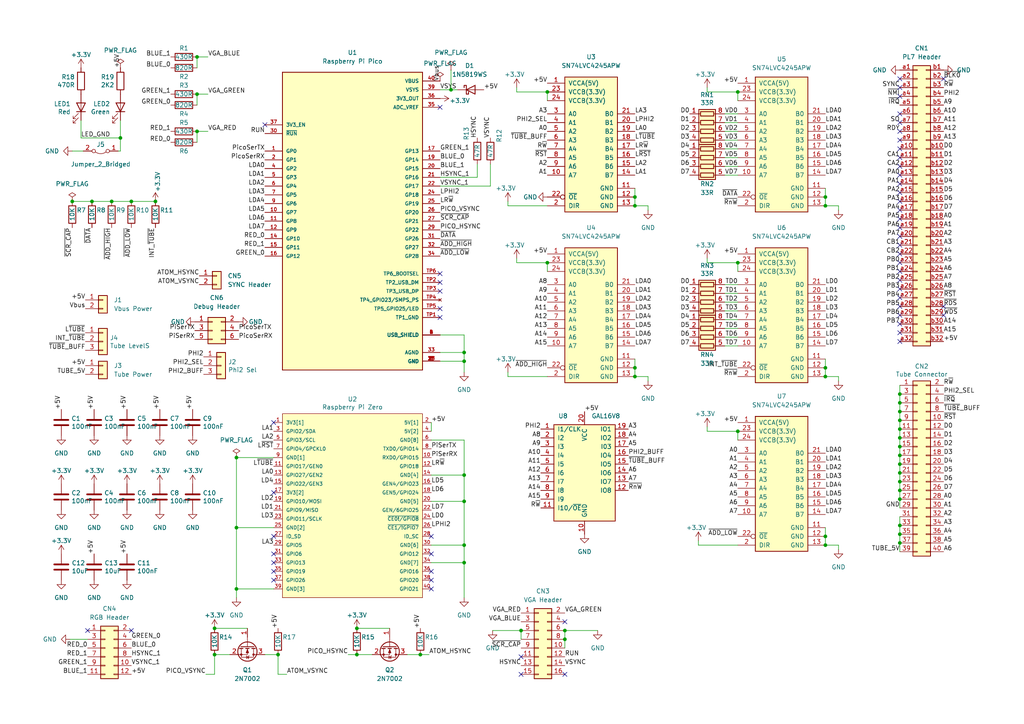
<source format=kicad_sch>
(kicad_sch (version 20230121) (generator eeschema)
  (paper "A4")
  (title_block (title "Acorn Atom Combined VGA and Tube Adaptor Board") (date "2023-02-25") (rev "02") (company "Ken Lowe") (comment 1 "Rev 01: Initial Release") (comment 2 "Rev 02: PL7 connector rotated 180 degrees. Complete board re-layout") (comment 3 "Rev 02a: Minor routing improvements around J2. PL7 I/O rotated 180 degrees"))
  (lib_symbols
    (symbol "Atom_VGA_Tube_Library:ADA3708" (pin_names (offset 1.016))
      (property "Reference" "U2" (at 0 29.6418 0))
      (property "Value" "ADA3708" (at 0 27.3304 0))
      (symbol "ADA3708_0_0"
        (pin power_in line (at -22.86 22.86 0) (length 2.54) (name "3V3[1]") (number "1"))
        (pin bidirectional line (at 22.86 12.7 180) (length 2.54) (name "RXD0/GPIO15") (number "10"))
        (pin bidirectional line (at -22.86 10.16 0) (length 2.54) (name "GPIO17/GEN0") (number "11"))
        (pin bidirectional line (at 22.86 10.16 180) (length 2.54) (name "GPIO18") (number "12"))
        (pin bidirectional line (at -22.86 7.62 0) (length 2.54) (name "GPIO27/GEN2") (number "13"))
        (pin power_in line (at 22.86 7.62 180) (length 2.54) (name "GND[4]") (number "14"))
        (pin bidirectional line (at -22.86 5.08 0) (length 2.54) (name "GPIO22/GEN3") (number "15"))
        (pin bidirectional line (at 22.86 5.08 180) (length 2.54) (name "GEN4/GPIO23") (number "16"))
        (pin power_in line (at -22.86 2.54 0) (length 2.54) (name "3V3[2]") (number "17"))
        (pin bidirectional line (at 22.86 2.54 180) (length 2.54) (name "GEN5/GPIO24") (number "18"))
        (pin bidirectional line (at -22.86 0 0) (length 2.54) (name "GPIO10/MOSI") (number "19"))
        (pin power_in line (at 22.86 22.86 180) (length 2.54) (name "5V[1]") (number "2"))
        (pin power_in line (at 22.86 0 180) (length 2.54) (name "GND[5]") (number "20"))
        (pin bidirectional line (at -22.86 -2.54 0) (length 2.54) (name "GPIO9/MISO") (number "21"))
        (pin bidirectional line (at 22.86 -2.54 180) (length 2.54) (name "GEN/6GPIO25") (number "22"))
        (pin bidirectional line (at -22.86 -5.08 0) (length 2.54) (name "GPIO11/SCLK") (number "23"))
        (pin bidirectional line (at 22.86 -5.08 180) (length 2.54) (name "~{CE0!/GPIO8}") (number "24"))
        (pin power_in line (at -22.86 -7.62 0) (length 2.54) (name "GND[2]") (number "25"))
        (pin bidirectional line (at 22.86 -7.62 180) (length 2.54) (name "~{CE1/!GPIO7}") (number "26"))
        (pin bidirectional line (at -22.86 -10.16 0) (length 2.54) (name "ID_SD") (number "27"))
        (pin bidirectional line (at 22.86 -10.16 180) (length 2.54) (name "ID_SC") (number "28"))
        (pin bidirectional line (at -22.86 -12.7 0) (length 2.54) (name "GPIO5") (number "29"))
        (pin bidirectional line (at -22.86 20.32 0) (length 2.54) (name "GPIO2/SDA") (number "3"))
        (pin power_in line (at 22.86 -12.7 180) (length 2.54) (name "GND[6]") (number "30"))
        (pin bidirectional line (at -22.86 -15.24 0) (length 2.54) (name "GPIO6") (number "31"))
        (pin bidirectional line (at 22.86 -15.24 180) (length 2.54) (name "GPIO12") (number "32"))
        (pin bidirectional line (at -22.86 -17.78 0) (length 2.54) (name "GPIO13") (number "33"))
        (pin power_in line (at 22.86 -17.78 180) (length 2.54) (name "GND[7]") (number "34"))
        (pin bidirectional line (at -22.86 -20.32 0) (length 2.54) (name "GPIO19") (number "35"))
        (pin bidirectional line (at 22.86 -20.32 180) (length 2.54) (name "GPIO16") (number "36"))
        (pin bidirectional line (at -22.86 -22.86 0) (length 2.54) (name "GPIO26") (number "37"))
        (pin bidirectional line (at 22.86 -22.86 180) (length 2.54) (name "GPIO20") (number "38"))
        (pin power_in line (at -22.86 -25.4 0) (length 2.54) (name "GND[3]") (number "39"))
        (pin power_in line (at 22.86 20.32 180) (length 2.54) (name "5V[2]") (number "4"))
        (pin bidirectional line (at 22.86 -25.4 180) (length 2.54) (name "GPIO21") (number "40"))
        (pin bidirectional line (at -22.86 17.78 0) (length 2.54) (name "GPIO3/SCL") (number "5"))
        (pin power_in line (at 22.86 17.78 180) (length 2.54) (name "GND[8]") (number "6"))
        (pin bidirectional line (at -22.86 15.24 0) (length 2.54) (name "GPIO4/GPCKL0") (number "7"))
        (pin bidirectional line (at 22.86 15.24 180) (length 2.54) (name "TXD0/GPIO14") (number "8"))
        (pin power_in line (at -22.86 12.7 0) (length 2.54) (name "GND[1]") (number "9"))
      )
    )
    (symbol "Atom_VGA_Tube_Library:PicoV2" (pin_names (offset 1.016))
      (property "Reference" "U" (at -20.32 44.069 0))
      (property "Value" "PicoV2" (at -20.32 -45.72 0))
      (symbol "PicoV2_0_0"
        (pin bidirectional line (at -25.4 20.32 0) (length 5.08) (name "GP0") (number "1"))
        (pin bidirectional line (at -25.4 2.54 0) (length 5.08) (name "GP7") (number "10"))
        (pin bidirectional line (at -25.4 0 0) (length 5.08) (name "GP8") (number "11"))
        (pin bidirectional line (at -25.4 -2.54 0) (length 5.08) (name "GP9") (number "12"))
        (pin power_in line (at 25.4 -40.64 180) (length 5.08) (name "GND") (number "13"))
        (pin bidirectional line (at -25.4 -5.08 0) (length 5.08) (name "GP10") (number "14"))
        (pin bidirectional line (at -25.4 -7.62 0) (length 5.08) (name "GP11") (number "15"))
        (pin bidirectional line (at -25.4 -10.16 0) (length 5.08) (name "GP12") (number "16"))
        (pin bidirectional line (at 25.4 20.32 180) (length 5.08) (name "GP13") (number "17"))
        (pin power_in line (at 25.4 -40.64 180) (length 5.08) (name "GND") (number "18"))
        (pin bidirectional line (at 25.4 17.78 180) (length 5.08) (name "GP14") (number "19"))
        (pin bidirectional line (at -25.4 17.78 0) (length 5.08) (name "GP1") (number "2"))
        (pin bidirectional line (at 25.4 15.24 180) (length 5.08) (name "GP15") (number "20"))
        (pin bidirectional line (at 25.4 12.7 180) (length 5.08) (name "GP16") (number "21"))
        (pin bidirectional line (at 25.4 10.16 180) (length 5.08) (name "GP17") (number "22"))
        (pin power_in line (at 25.4 -40.64 180) (length 5.08) (name "GND") (number "23"))
        (pin bidirectional line (at 25.4 7.62 180) (length 5.08) (name "GP18") (number "24"))
        (pin bidirectional line (at 25.4 5.08 180) (length 5.08) (name "GP19") (number "25"))
        (pin bidirectional line (at 25.4 2.54 180) (length 5.08) (name "GP20") (number "26"))
        (pin bidirectional line (at 25.4 0 180) (length 5.08) (name "GP21") (number "27"))
        (pin power_in line (at 25.4 -40.64 180) (length 5.08) (name "GND") (number "28"))
        (pin bidirectional line (at 25.4 -2.54 180) (length 5.08) (name "GP22") (number "29"))
        (pin power_in line (at 25.4 -40.64 180) (length 5.08) (name "GND") (number "3"))
        (pin input line (at -25.4 25.4 0) (length 5.08) (name "~{RUN}") (number "30"))
        (pin bidirectional line (at 25.4 -5.08 180) (length 5.08) (name "GP26") (number "31"))
        (pin bidirectional line (at 25.4 -7.62 180) (length 5.08) (name "GP27") (number "32"))
        (pin power_in line (at 25.4 -38.1 180) (length 5.08) (name "AGND") (number "33"))
        (pin bidirectional line (at 25.4 -10.16 180) (length 5.08) (name "GP28") (number "34"))
        (pin power_in line (at 25.4 33.02 180) (length 5.08) (name "ADC_VREF") (number "35"))
        (pin power_in line (at 25.4 35.56 180) (length 5.08) (name "3V3_OUT") (number "36"))
        (pin input line (at -25.4 27.94 0) (length 5.08) (name "3V3_EN") (number "37"))
        (pin power_in line (at 25.4 -40.64 180) (length 5.08) (name "GND") (number "38"))
        (pin power_in line (at 25.4 38.1 180) (length 5.08) (name "VSYS") (number "39"))
        (pin bidirectional line (at -25.4 15.24 0) (length 5.08) (name "GP2") (number "4"))
        (pin power_in line (at 25.4 40.64 180) (length 5.08) (name "VBUS") (number "40"))
        (pin bidirectional line (at -25.4 12.7 0) (length 5.08) (name "GP3") (number "5"))
        (pin bidirectional line (at -25.4 10.16 0) (length 5.08) (name "GP4") (number "6"))
        (pin bidirectional line (at -25.4 7.62 0) (length 5.08) (name "GP5") (number "7"))
        (pin power_in line (at 25.4 -40.64 180) (length 5.08) (name "GND") (number "8"))
        (pin bidirectional line (at -25.4 5.08 0) (length 5.08) (name "GP6") (number "9"))
        (pin power_in line (at 25.4 -33.02 180) (length 5.08) (name "USB_SHIELD") (number "A"))
        (pin power_in line (at 25.4 -33.02 180) (length 5.08) (name "USB_SHIELD") (number "B"))
        (pin power_in line (at 25.4 -33.02 180) (length 5.08) (name "USB_SHIELD") (number "C"))
        (pin power_in line (at 25.4 -33.02 180) (length 5.08) (name "USB_SHIELD") (number "D"))
        (pin power_in line (at 25.4 -27.94 180) (length 5.08) (name "TP1_GND") (number "TP1"))
        (pin bidirectional line (at 25.4 -17.78 180) (length 5.08) (name "TP2_USB_DM") (number "TP2"))
        (pin bidirectional line (at 25.4 -20.32 180) (length 5.08) (name "TP3_USB_DP") (number "TP3"))
        (pin no_connect line (at 25.4 -22.86 180) (length 5.08) (name "TP4_GPIO23/SMPS_PS") (number "TP4"))
        (pin output line (at 25.4 -25.4 180) (length 5.08) (name "TP5_GPIO25/LED") (number "TP5"))
        (pin input line (at 25.4 -15.24 180) (length 5.08) (name "TP6_BOOTSEL") (number "TP6"))
      )
    )
    (symbol "Atom_VGA_Tube_Library:SN74LVC4245APW" (pin_names (offset 1.016))
      (property "Reference" "U" (at 0 24.13 0))
      (property "Value" "SN74LVC4245APW" (at 0 22.098 0))
      (symbol "SN74LVC4245APW_0_0"
        (pin power_in line (at 12.7 -13.97 180) (length 5.08) (name "GND") (number "12"))
        (pin power_in line (at 12.7 -16.51 180) (length 5.08) (name "GND") (number "13"))
        (pin power_in line (at -12.7 16.51 0) (length 5.08) (name "VCCB(3.3V)") (number "23"))
        (pin power_in line (at -12.7 13.97 0) (length 5.08) (name "VCCB(3.3V)") (number "24"))
      )
      (symbol "SN74LVC4245APW_1_0"
        (pin power_in line (at -12.7 19.05 0) (length 5.08) (name "VCCA(5V)") (number "1"))
        (pin tri_state line (at -12.7 -7.62 0) (length 5.08) (name "A7") (number "10"))
        (pin power_in line (at 12.7 -11.43 180) (length 5.08) (name "GND") (number "11"))
        (pin tri_state line (at 12.7 -7.62 180) (length 5.08) (name "B7") (number "14"))
        (pin tri_state line (at 12.7 -5.08 180) (length 5.08) (name "B6") (number "15"))
        (pin tri_state line (at 12.7 -2.54 180) (length 5.08) (name "B5") (number "16"))
        (pin tri_state line (at 12.7 0 180) (length 5.08) (name "B4") (number "17"))
        (pin tri_state line (at 12.7 2.54 180) (length 5.08) (name "B3") (number "18"))
        (pin tri_state line (at 12.7 5.08 180) (length 5.08) (name "B2") (number "19"))
        (pin input line (at -12.7 -16.51 0) (length 5.08) (name "DIR") (number "2"))
        (pin tri_state line (at 12.7 7.62 180) (length 5.08) (name "B1") (number "20"))
        (pin tri_state line (at 12.7 10.16 180) (length 5.08) (name "B0") (number "21"))
        (pin input inverted (at -12.7 -13.97 0) (length 5.08) (name "~{OE}") (number "22"))
        (pin tri_state line (at -12.7 10.16 0) (length 5.08) (name "A0") (number "3"))
        (pin tri_state line (at -12.7 7.62 0) (length 5.08) (name "A1") (number "4"))
        (pin tri_state line (at -12.7 5.08 0) (length 5.08) (name "A2") (number "5"))
        (pin tri_state line (at -12.7 2.54 0) (length 5.08) (name "A3") (number "6"))
        (pin tri_state line (at -12.7 0 0) (length 5.08) (name "A4") (number "7"))
        (pin tri_state line (at -12.7 -2.54 0) (length 5.08) (name "A5") (number "8"))
        (pin tri_state line (at -12.7 -5.08 0) (length 5.08) (name "A6") (number "9"))
      )
    )
    (symbol "Connector_Generic:Conn_01x02" (pin_names (offset 1.016) hide)
      (property "Reference" "J" (at 0 2.54 0))
      (property "Value" "Conn_01x02" (at 0 -5.08 0))
      (symbol "Conn_01x02_1_1"
        (pin passive line (at -5.08 0 0) (length 3.81) (name "Pin_1") (number "1"))
        (pin passive line (at -5.08 -2.54 0) (length 3.81) (name "Pin_2") (number "2"))
      )
    )
    (symbol "Connector_Generic:Conn_01x03" (pin_names (offset 1.016) hide)
      (property "Reference" "J" (at 0 5.08 0))
      (property "Value" "Conn_01x03" (at 0 -5.08 0))
      (symbol "Conn_01x03_1_1"
        (pin passive line (at -5.08 2.54 0) (length 3.81) (name "Pin_1") (number "1"))
        (pin passive line (at -5.08 0 0) (length 3.81) (name "Pin_2") (number "2"))
        (pin passive line (at -5.08 -2.54 0) (length 3.81) (name "Pin_3") (number "3"))
      )
    )
    (symbol "Connector_Generic:Conn_02x03_Odd_Even" (pin_names (offset 1.016) hide)
      (property "Reference" "J" (at 1.27 5.08 0))
      (property "Value" "Conn_02x03_Odd_Even" (at 1.27 -5.08 0))
      (symbol "Conn_02x03_Odd_Even_1_1"
        (pin passive line (at -5.08 2.54 0) (length 3.81) (name "Pin_1") (number "1"))
        (pin passive line (at 7.62 2.54 180) (length 3.81) (name "Pin_2") (number "2"))
        (pin passive line (at -5.08 0 0) (length 3.81) (name "Pin_3") (number "3"))
        (pin passive line (at 7.62 0 180) (length 3.81) (name "Pin_4") (number "4"))
        (pin passive line (at -5.08 -2.54 0) (length 3.81) (name "Pin_5") (number "5"))
        (pin passive line (at 7.62 -2.54 180) (length 3.81) (name "Pin_6") (number "6"))
      )
    )
    (symbol "Connector_Generic:Conn_02x06_Odd_Even" (pin_names (offset 1.016) hide)
      (property "Reference" "J" (at 1.27 7.62 0))
      (property "Value" "Conn_02x06_Odd_Even" (at 1.27 -10.16 0))
      (symbol "Conn_02x06_Odd_Even_1_1"
        (pin passive line (at -5.08 5.08 0) (length 3.81) (name "Pin_1") (number "1"))
        (pin passive line (at 7.62 -5.08 180) (length 3.81) (name "Pin_10") (number "10"))
        (pin passive line (at -5.08 -7.62 0) (length 3.81) (name "Pin_11") (number "11"))
        (pin passive line (at 7.62 -7.62 180) (length 3.81) (name "Pin_12") (number "12"))
        (pin passive line (at 7.62 5.08 180) (length 3.81) (name "Pin_2") (number "2"))
        (pin passive line (at -5.08 2.54 0) (length 3.81) (name "Pin_3") (number "3"))
        (pin passive line (at 7.62 2.54 180) (length 3.81) (name "Pin_4") (number "4"))
        (pin passive line (at -5.08 0 0) (length 3.81) (name "Pin_5") (number "5"))
        (pin passive line (at 7.62 0 180) (length 3.81) (name "Pin_6") (number "6"))
        (pin passive line (at -5.08 -2.54 0) (length 3.81) (name "Pin_7") (number "7"))
        (pin passive line (at 7.62 -2.54 180) (length 3.81) (name "Pin_8") (number "8"))
        (pin passive line (at -5.08 -5.08 0) (length 3.81) (name "Pin_9") (number "9"))
      )
    )
    (symbol "Connector_Generic:Conn_02x08_Odd_Even" (pin_names (offset 1.016) hide)
      (property "Reference" "J" (at 1.27 10.16 0))
      (property "Value" "Conn_02x08_Odd_Even" (at 1.27 -12.7 0))
      (symbol "Conn_02x08_Odd_Even_1_1"
        (pin passive line (at -5.08 7.62 0) (length 3.81) (name "Pin_1") (number "1"))
        (pin passive line (at 7.62 -2.54 180) (length 3.81) (name "Pin_10") (number "10"))
        (pin passive line (at -5.08 -5.08 0) (length 3.81) (name "Pin_11") (number "11"))
        (pin passive line (at 7.62 -5.08 180) (length 3.81) (name "Pin_12") (number "12"))
        (pin passive line (at -5.08 -7.62 0) (length 3.81) (name "Pin_13") (number "13"))
        (pin passive line (at 7.62 -7.62 180) (length 3.81) (name "Pin_14") (number "14"))
        (pin passive line (at -5.08 -10.16 0) (length 3.81) (name "Pin_15") (number "15"))
        (pin passive line (at 7.62 -10.16 180) (length 3.81) (name "Pin_16") (number "16"))
        (pin passive line (at 7.62 7.62 180) (length 3.81) (name "Pin_2") (number "2"))
        (pin passive line (at -5.08 5.08 0) (length 3.81) (name "Pin_3") (number "3"))
        (pin passive line (at 7.62 5.08 180) (length 3.81) (name "Pin_4") (number "4"))
        (pin passive line (at -5.08 2.54 0) (length 3.81) (name "Pin_5") (number "5"))
        (pin passive line (at 7.62 2.54 180) (length 3.81) (name "Pin_6") (number "6"))
        (pin passive line (at -5.08 0 0) (length 3.81) (name "Pin_7") (number "7"))
        (pin passive line (at 7.62 0 180) (length 3.81) (name "Pin_8") (number "8"))
        (pin passive line (at -5.08 -2.54 0) (length 3.81) (name "Pin_9") (number "9"))
      )
    )
    (symbol "Connector_Generic:Conn_02x20_Odd_Even" (pin_names (offset 1.016) hide)
      (property "Reference" "J" (at 1.27 25.4 0))
      (property "Value" "Conn_02x20_Odd_Even" (at 1.27 -27.94 0))
      (symbol "Conn_02x20_Odd_Even_1_1"
        (pin passive line (at -5.08 22.86 0) (length 3.81) (name "Pin_1") (number "1"))
        (pin passive line (at 7.62 12.7 180) (length 3.81) (name "Pin_10") (number "10"))
        (pin passive line (at -5.08 10.16 0) (length 3.81) (name "Pin_11") (number "11"))
        (pin passive line (at 7.62 10.16 180) (length 3.81) (name "Pin_12") (number "12"))
        (pin passive line (at -5.08 7.62 0) (length 3.81) (name "Pin_13") (number "13"))
        (pin passive line (at 7.62 7.62 180) (length 3.81) (name "Pin_14") (number "14"))
        (pin passive line (at -5.08 5.08 0) (length 3.81) (name "Pin_15") (number "15"))
        (pin passive line (at 7.62 5.08 180) (length 3.81) (name "Pin_16") (number "16"))
        (pin passive line (at -5.08 2.54 0) (length 3.81) (name "Pin_17") (number "17"))
        (pin passive line (at 7.62 2.54 180) (length 3.81) (name "Pin_18") (number "18"))
        (pin passive line (at -5.08 0 0) (length 3.81) (name "Pin_19") (number "19"))
        (pin passive line (at 7.62 22.86 180) (length 3.81) (name "Pin_2") (number "2"))
        (pin passive line (at 7.62 0 180) (length 3.81) (name "Pin_20") (number "20"))
        (pin passive line (at -5.08 -2.54 0) (length 3.81) (name "Pin_21") (number "21"))
        (pin passive line (at 7.62 -2.54 180) (length 3.81) (name "Pin_22") (number "22"))
        (pin passive line (at -5.08 -5.08 0) (length 3.81) (name "Pin_23") (number "23"))
        (pin passive line (at 7.62 -5.08 180) (length 3.81) (name "Pin_24") (number "24"))
        (pin passive line (at -5.08 -7.62 0) (length 3.81) (name "Pin_25") (number "25"))
        (pin passive line (at 7.62 -7.62 180) (length 3.81) (name "Pin_26") (number "26"))
        (pin passive line (at -5.08 -10.16 0) (length 3.81) (name "Pin_27") (number "27"))
        (pin passive line (at 7.62 -10.16 180) (length 3.81) (name "Pin_28") (number "28"))
        (pin passive line (at -5.08 -12.7 0) (length 3.81) (name "Pin_29") (number "29"))
        (pin passive line (at -5.08 20.32 0) (length 3.81) (name "Pin_3") (number "3"))
        (pin passive line (at 7.62 -12.7 180) (length 3.81) (name "Pin_30") (number "30"))
        (pin passive line (at -5.08 -15.24 0) (length 3.81) (name "Pin_31") (number "31"))
        (pin passive line (at 7.62 -15.24 180) (length 3.81) (name "Pin_32") (number "32"))
        (pin passive line (at -5.08 -17.78 0) (length 3.81) (name "Pin_33") (number "33"))
        (pin passive line (at 7.62 -17.78 180) (length 3.81) (name "Pin_34") (number "34"))
        (pin passive line (at -5.08 -20.32 0) (length 3.81) (name "Pin_35") (number "35"))
        (pin passive line (at 7.62 -20.32 180) (length 3.81) (name "Pin_36") (number "36"))
        (pin passive line (at -5.08 -22.86 0) (length 3.81) (name "Pin_37") (number "37"))
        (pin passive line (at 7.62 -22.86 180) (length 3.81) (name "Pin_38") (number "38"))
        (pin passive line (at -5.08 -25.4 0) (length 3.81) (name "Pin_39") (number "39"))
        (pin passive line (at 7.62 20.32 180) (length 3.81) (name "Pin_4") (number "4"))
        (pin passive line (at 7.62 -25.4 180) (length 3.81) (name "Pin_40") (number "40"))
        (pin passive line (at -5.08 17.78 0) (length 3.81) (name "Pin_5") (number "5"))
        (pin passive line (at 7.62 17.78 180) (length 3.81) (name "Pin_6") (number "6"))
        (pin passive line (at -5.08 15.24 0) (length 3.81) (name "Pin_7") (number "7"))
        (pin passive line (at 7.62 15.24 180) (length 3.81) (name "Pin_8") (number "8"))
        (pin passive line (at -5.08 12.7 0) (length 3.81) (name "Pin_9") (number "9"))
      )
    )
    (symbol "Connector_Generic:Conn_02x32_Row_Letter_First" (pin_names (offset 1.016) hide)
      (property "Reference" "J" (at 1.27 40.64 0))
      (property "Value" "Conn_02x32_Row_Letter_First" (at 1.27 -43.18 0))
      (symbol "Conn_02x32_Row_Letter_First_1_1"
        (pin passive line (at -5.08 38.1 0) (length 3.81) (name "Pin_a1") (number "a1"))
        (pin passive line (at -5.08 15.24 0) (length 3.81) (name "Pin_a10") (number "a10"))
        (pin passive line (at -5.08 12.7 0) (length 3.81) (name "Pin_a11") (number "a11"))
        (pin passive line (at -5.08 10.16 0) (length 3.81) (name "Pin_a12") (number "a12"))
        (pin passive line (at -5.08 7.62 0) (length 3.81) (name "Pin_a13") (number "a13"))
        (pin passive line (at -5.08 5.08 0) (length 3.81) (name "Pin_a14") (number "a14"))
        (pin passive line (at -5.08 2.54 0) (length 3.81) (name "Pin_a15") (number "a15"))
        (pin passive line (at -5.08 0 0) (length 3.81) (name "Pin_a16") (number "a16"))
        (pin passive line (at -5.08 -2.54 0) (length 3.81) (name "Pin_a17") (number "a17"))
        (pin passive line (at -5.08 -5.08 0) (length 3.81) (name "Pin_a18") (number "a18"))
        (pin passive line (at -5.08 -7.62 0) (length 3.81) (name "Pin_a19") (number "a19"))
        (pin passive line (at -5.08 35.56 0) (length 3.81) (name "Pin_a2") (number "a2"))
        (pin passive line (at -5.08 -10.16 0) (length 3.81) (name "Pin_a20") (number "a20"))
        (pin passive line (at -5.08 -12.7 0) (length 3.81) (name "Pin_a21") (number "a21"))
        (pin passive line (at -5.08 -15.24 0) (length 3.81) (name "Pin_a22") (number "a22"))
        (pin passive line (at -5.08 -17.78 0) (length 3.81) (name "Pin_a23") (number "a23"))
        (pin passive line (at -5.08 -20.32 0) (length 3.81) (name "Pin_a24") (number "a24"))
        (pin passive line (at -5.08 -22.86 0) (length 3.81) (name "Pin_a25") (number "a25"))
        (pin passive line (at -5.08 -25.4 0) (length 3.81) (name "Pin_a26") (number "a26"))
        (pin passive line (at -5.08 -27.94 0) (length 3.81) (name "Pin_a27") (number "a27"))
        (pin passive line (at -5.08 -30.48 0) (length 3.81) (name "Pin_a28") (number "a28"))
        (pin passive line (at -5.08 -33.02 0) (length 3.81) (name "Pin_a29") (number "a29"))
        (pin passive line (at -5.08 33.02 0) (length 3.81) (name "Pin_a3") (number "a3"))
        (pin passive line (at -5.08 -35.56 0) (length 3.81) (name "Pin_a30") (number "a30"))
        (pin passive line (at -5.08 -38.1 0) (length 3.81) (name "Pin_a31") (number "a31"))
        (pin passive line (at -5.08 -40.64 0) (length 3.81) (name "Pin_a32") (number "a32"))
        (pin passive line (at -5.08 30.48 0) (length 3.81) (name "Pin_a4") (number "a4"))
        (pin passive line (at -5.08 27.94 0) (length 3.81) (name "Pin_a5") (number "a5"))
        (pin passive line (at -5.08 25.4 0) (length 3.81) (name "Pin_a6") (number "a6"))
        (pin passive line (at -5.08 22.86 0) (length 3.81) (name "Pin_a7") (number "a7"))
        (pin passive line (at -5.08 20.32 0) (length 3.81) (name "Pin_a8") (number "a8"))
        (pin passive line (at -5.08 17.78 0) (length 3.81) (name "Pin_a9") (number "a9"))
        (pin passive line (at 7.62 38.1 180) (length 3.81) (name "Pin_b1") (number "b1"))
        (pin passive line (at 7.62 15.24 180) (length 3.81) (name "Pin_b10") (number "b10"))
        (pin passive line (at 7.62 12.7 180) (length 3.81) (name "Pin_b11") (number "b11"))
        (pin passive line (at 7.62 10.16 180) (length 3.81) (name "Pin_b12") (number "b12"))
        (pin passive line (at 7.62 7.62 180) (length 3.81) (name "Pin_b13") (number "b13"))
        (pin passive line (at 7.62 5.08 180) (length 3.81) (name "Pin_b14") (number "b14"))
        (pin passive line (at 7.62 2.54 180) (length 3.81) (name "Pin_b15") (number "b15"))
        (pin passive line (at 7.62 0 180) (length 3.81) (name "Pin_b16") (number "b16"))
        (pin passive line (at 7.62 -2.54 180) (length 3.81) (name "Pin_b17") (number "b17"))
        (pin passive line (at 7.62 -5.08 180) (length 3.81) (name "Pin_b18") (number "b18"))
        (pin passive line (at 7.62 -7.62 180) (length 3.81) (name "Pin_b19") (number "b19"))
        (pin passive line (at 7.62 35.56 180) (length 3.81) (name "Pin_b2") (number "b2"))
        (pin passive line (at 7.62 -10.16 180) (length 3.81) (name "Pin_b20") (number "b20"))
        (pin passive line (at 7.62 -12.7 180) (length 3.81) (name "Pin_b21") (number "b21"))
        (pin passive line (at 7.62 -15.24 180) (length 3.81) (name "Pin_b22") (number "b22"))
        (pin passive line (at 7.62 -17.78 180) (length 3.81) (name "Pin_b23") (number "b23"))
        (pin passive line (at 7.62 -20.32 180) (length 3.81) (name "Pin_b24") (number "b24"))
        (pin passive line (at 7.62 -22.86 180) (length 3.81) (name "Pin_b25") (number "b25"))
        (pin passive line (at 7.62 -25.4 180) (length 3.81) (name "Pin_b26") (number "b26"))
        (pin passive line (at 7.62 -27.94 180) (length 3.81) (name "Pin_b27") (number "b27"))
        (pin passive line (at 7.62 -30.48 180) (length 3.81) (name "Pin_b28") (number "b28"))
        (pin passive line (at 7.62 -33.02 180) (length 3.81) (name "Pin_b29") (number "b29"))
        (pin passive line (at 7.62 33.02 180) (length 3.81) (name "Pin_b3") (number "b3"))
        (pin passive line (at 7.62 -35.56 180) (length 3.81) (name "Pin_b30") (number "b30"))
        (pin passive line (at 7.62 -38.1 180) (length 3.81) (name "Pin_b31") (number "b31"))
        (pin passive line (at 7.62 -40.64 180) (length 3.81) (name "Pin_b32") (number "b32"))
        (pin passive line (at 7.62 30.48 180) (length 3.81) (name "Pin_b4") (number "b4"))
        (pin passive line (at 7.62 27.94 180) (length 3.81) (name "Pin_b5") (number "b5"))
        (pin passive line (at 7.62 25.4 180) (length 3.81) (name "Pin_b6") (number "b6"))
        (pin passive line (at 7.62 22.86 180) (length 3.81) (name "Pin_b7") (number "b7"))
        (pin passive line (at 7.62 20.32 180) (length 3.81) (name "Pin_b8") (number "b8"))
        (pin passive line (at 7.62 17.78 180) (length 3.81) (name "Pin_b9") (number "b9"))
      )
    )
    (symbol "Device:C" (pin_numbers hide) (pin_names (offset 0.254))
      (property "Reference" "C" (at 0.635 2.54 0))
      (property "Value" "C" (at 0.635 -2.54 0))
      (symbol "C_1_1"
        (pin passive line (at 0 3.81 270) (length 2.794) (name "~") (number "1"))
        (pin passive line (at 0 -3.81 90) (length 2.794) (name "~") (number "2"))
      )
    )
    (symbol "Device:LED" (pin_numbers hide) (pin_names (offset 1.016) hide)
      (property "Reference" "D" (at 0 2.54 0))
      (property "Value" "LED" (at 0 -2.54 0))
      (symbol "LED_1_1"
        (pin passive line (at -3.81 0 0) (length 2.54) (name "K") (number "1"))
        (pin passive line (at 3.81 0 180) (length 2.54) (name "A") (number "2"))
      )
    )
    (symbol "Device:R" (pin_numbers hide) (pin_names (offset 0))
      (property "Reference" "R" (at 2.032 0 90))
      (property "Value" "R" (at 0 0 90))
      (symbol "R_1_1"
        (pin passive line (at 0 3.81 270) (length 1.27) (name "~") (number "1"))
        (pin passive line (at 0 -3.81 90) (length 1.27) (name "~") (number "2"))
      )
    )
    (symbol "Device:R_Pack04" (pin_names (offset 0) hide)
      (property "Reference" "RN" (at -7.62 0 90))
      (property "Value" "R_Pack04" (at 5.08 0 90))
      (symbol "R_Pack04_1_1"
        (pin passive line (at -5.08 -5.08 90) (length 2.54) (name "R1.1") (number "1"))
        (pin passive line (at -2.54 -5.08 90) (length 2.54) (name "R2.1") (number "2"))
        (pin passive line (at 0 -5.08 90) (length 2.54) (name "R3.1") (number "3"))
        (pin passive line (at 2.54 -5.08 90) (length 2.54) (name "R4.1") (number "4"))
        (pin passive line (at 2.54 5.08 270) (length 2.54) (name "R4.2") (number "5"))
        (pin passive line (at 0 5.08 270) (length 2.54) (name "R3.2") (number "6"))
        (pin passive line (at -2.54 5.08 270) (length 2.54) (name "R2.2") (number "7"))
        (pin passive line (at -5.08 5.08 270) (length 2.54) (name "R1.2") (number "8"))
      )
    )
    (symbol "Diode:1N5819WS" (pin_numbers hide) (pin_names (offset 1.016) hide)
      (property "Reference" "D" (at 0 2.54 0))
      (property "Value" "1N5819WS" (at 0 -2.54 0))
      (symbol "1N5819WS_1_1"
        (pin passive line (at -3.81 0 0) (length 2.54) (name "K") (number "1"))
        (pin passive line (at 3.81 0 180) (length 2.54) (name "A") (number "2"))
      )
    )
    (symbol "Jumper:Jumper_2_Bridged" (pin_names (offset 0) hide)
      (property "Reference" "JP" (at 0 1.905 0))
      (property "Value" "Jumper_2_Bridged" (at 0 -2.54 0))
      (symbol "Jumper_2_Bridged_1_1"
        (pin passive line (at -5.08 0 0) (length 2.54) (name "A") (number "1"))
        (pin passive line (at 5.08 0 180) (length 2.54) (name "B") (number "2"))
      )
    )
    (symbol "Logic_Programmable:GAL16V8" (pin_names (offset 1.016))
      (property "Reference" "U" (at -8.89 16.51 0))
      (property "Value" "GAL16V8" (at 1.27 16.51 0))
      (symbol "GAL16V8_0_0"
        (pin power_in line (at 0 -17.78 90) (length 3.81) (name "GND") (number "10"))
        (pin power_in line (at 0 17.78 270) (length 3.81) (name "VCC") (number "20"))
      )
      (symbol "GAL16V8_1_1"
        (pin input line (at -12.7 12.7 0) (length 3.81) (name "I1/CLK") (number "1"))
        (pin input line (at -12.7 -10.16 0) (length 3.81) (name "I10/~{OE}") (number "11"))
        (pin tri_state line (at 12.7 -5.08 180) (length 3.81) (name "IO8") (number "12"))
        (pin tri_state line (at 12.7 -2.54 180) (length 3.81) (name "IO7") (number "13"))
        (pin tri_state line (at 12.7 0 180) (length 3.81) (name "IO6") (number "14"))
        (pin tri_state line (at 12.7 2.54 180) (length 3.81) (name "IO5") (number "15"))
        (pin tri_state line (at 12.7 5.08 180) (length 3.81) (name "IO4") (number "16"))
        (pin tri_state line (at 12.7 7.62 180) (length 3.81) (name "I03") (number "17"))
        (pin tri_state line (at 12.7 10.16 180) (length 3.81) (name "IO2") (number "18"))
        (pin tri_state line (at 12.7 12.7 180) (length 3.81) (name "IO1") (number "19"))
        (pin input line (at -12.7 10.16 0) (length 3.81) (name "I2") (number "2"))
        (pin input line (at -12.7 7.62 0) (length 3.81) (name "I3") (number "3"))
        (pin input line (at -12.7 5.08 0) (length 3.81) (name "I4") (number "4"))
        (pin input line (at -12.7 2.54 0) (length 3.81) (name "I5") (number "5"))
        (pin input line (at -12.7 0 0) (length 3.81) (name "I6") (number "6"))
        (pin input line (at -12.7 -2.54 0) (length 3.81) (name "I7") (number "7"))
        (pin input line (at -12.7 -5.08 0) (length 3.81) (name "I8") (number "8"))
        (pin input line (at -12.7 -7.62 0) (length 3.81) (name "I9") (number "9"))
      )
    )
    (symbol "Transistor_FET:2N7002" (pin_names hide)
      (property "Reference" "Q" (at 5.08 1.905 0))
      (property "Value" "2N7002" (at 5.08 0 0))
      (symbol "2N7002_1_1"
        (pin input line (at -5.08 0 0) (length 2.54) (name "G") (number "1"))
        (pin passive line (at 2.54 -5.08 90) (length 2.54) (name "S") (number "2"))
        (pin passive line (at 2.54 5.08 270) (length 2.54) (name "D") (number "3"))
      )
    )
    (symbol "power:+3.3V" (power) (pin_names (offset 0))
      (property "Value" "+3.3V" (at 0 3.556 0))
      (symbol "+3.3V_1_1"
        (pin power_in line (at 0 0 90) (length 0) hide (name "+3.3V") (number "1"))
      )
    )
    (symbol "power:GND" (power) (pin_names (offset 0))
      (property "Value" "GND" (at 0 -3.81 0))
      (symbol "GND_1_1"
        (pin power_in line (at 0 0 270) (length 0) hide (name "GND") (number "1"))
      )
    )
    (symbol "power:PWR_FLAG" (power) (pin_numbers hide) (pin_names (offset 0) hide)
      (property "Value" "PWR_FLAG" (at 0 3.81 0))
      (symbol "PWR_FLAG_0_0"
        (pin power_out line (at 0 0 90) (length 0) (name "pwr") (number "1"))
      )
    )
  )
  (junction (at 103.505 182.245))
  (junction (at 68.58 170.815))
  (junction (at 260.985 116.84))
  (junction (at 68.58 132.715))
  (junction (at 184.15 59.69))
  (junction (at 260.985 121.92))
  (junction (at 239.395 106.68))
  (junction (at 158.75 26.67))
  (junction (at 103.505 189.865))
  (junction (at 184.15 106.68))
  (junction (at 239.395 57.15))
  (junction (at 260.985 129.54))
  (junction (at 260.985 114.3))
  (junction (at 213.995 26.67))
  (junction (at 260.985 127))
  (junction (at 134.62 137.795))
  (junction (at 26.67 58.42))
  (junction (at 260.985 134.62))
  (junction (at 260.985 139.7))
  (junction (at 134.62 163.195))
  (junction (at 260.985 154.94))
  (junction (at 260.985 142.24))
  (junction (at 134.62 158.115))
  (junction (at 62.23 182.245))
  (junction (at 38.1 58.42))
  (junction (at 57.15 27.305))
  (junction (at 260.985 157.48))
  (junction (at 184.15 57.15))
  (junction (at 184.15 109.22))
  (junction (at 239.395 158.115))
  (junction (at 20.955 58.42))
  (junction (at 260.985 124.46))
  (junction (at 260.985 152.4))
  (junction (at 45.085 58.42))
  (junction (at 32.385 58.42))
  (junction (at 260.985 119.38))
  (junction (at 239.395 155.575))
  (junction (at 163.83 185.42))
  (junction (at 151.13 182.88))
  (junction (at 163.83 182.88))
  (junction (at 260.985 144.78))
  (junction (at 158.75 76.2))
  (junction (at 130.81 26.035))
  (junction (at 260.985 137.16))
  (junction (at 213.995 76.2))
  (junction (at 239.395 109.22))
  (junction (at 239.395 59.69))
  (junction (at 134.62 145.415))
  (junction (at 213.995 125.095))
  (junction (at 57.15 16.51))
  (junction (at 260.985 132.08))
  (junction (at 57.15 38.1))
  (junction (at 134.62 102.235))
  (junction (at 134.62 104.775))
  (junction (at 62.23 189.865))
  (junction (at 80.645 189.865))
  (junction (at 68.58 153.035))
  (junction (at 121.92 189.865))
  (junction (at 34.925 40.005))
  (no_connect (at 127.635 79.375))
  (no_connect (at 260.985 88.9))
  (no_connect (at 151.13 195.58))
  (no_connect (at 151.13 190.5))
  (no_connect (at 79.375 122.555))
  (no_connect (at 76.835 36.195))
  (no_connect (at 260.985 60.96))
  (no_connect (at 260.985 63.5))
  (no_connect (at 260.985 35.56))
  (no_connect (at 260.985 93.98))
  (no_connect (at 127.635 89.535))
  (no_connect (at 260.985 76.2))
  (no_connect (at 273.685 91.44))
  (no_connect (at 260.985 45.72))
  (no_connect (at 127.635 81.915))
  (no_connect (at 79.375 142.875))
  (no_connect (at 125.095 170.815))
  (no_connect (at 260.985 50.8))
  (no_connect (at 260.985 25.4))
  (no_connect (at 260.985 86.36))
  (no_connect (at 260.985 43.18))
  (no_connect (at 260.985 71.12))
  (no_connect (at 79.375 155.575))
  (no_connect (at 79.375 168.275))
  (no_connect (at 260.985 55.88))
  (no_connect (at 127.635 92.075))
  (no_connect (at 273.685 22.86))
  (no_connect (at 260.985 33.02))
  (no_connect (at 125.095 168.275))
  (no_connect (at 273.685 88.9))
  (no_connect (at 127.635 84.455))
  (no_connect (at 79.375 163.195))
  (no_connect (at 125.095 165.735))
  (no_connect (at 260.985 73.66))
  (no_connect (at 163.83 195.58))
  (no_connect (at 260.985 78.74))
  (no_connect (at 260.985 22.86))
  (no_connect (at 260.985 81.28))
  (no_connect (at 260.985 38.1))
  (no_connect (at 260.985 99.06))
  (no_connect (at 163.83 180.34))
  (no_connect (at 260.985 91.44))
  (no_connect (at 125.095 160.655))
  (no_connect (at 38.1 182.88))
  (no_connect (at 25.4 182.88))
  (no_connect (at 260.985 48.26))
  (no_connect (at 79.375 160.655))
  (no_connect (at 260.985 40.64))
  (no_connect (at 260.985 68.58))
  (no_connect (at 260.985 53.34))
  (no_connect (at 79.375 165.735))
  (no_connect (at 127.635 31.115))
  (no_connect (at 260.985 58.42))
  (no_connect (at 260.985 66.04))
  (no_connect (at 260.985 27.94))
  (no_connect (at 125.095 155.575))
  (no_connect (at 260.985 83.82))
  (no_connect (at 260.985 96.52))
  (wire (pts (xy 239.395 106.68) (xy 239.395 109.22)))
  (wire (pts (xy 127.635 104.775) (xy 134.62 104.775)))
  (wire (pts (xy 239.395 57.15) (xy 239.395 59.69)))
  (wire (pts (xy 20.32 185.42) (xy 25.4 185.42)))
  (wire (pts (xy 260.985 152.4) (xy 260.985 154.94)))
  (wire (pts (xy 210.185 85.09) (xy 213.995 85.09)))
  (wire (pts (xy 210.185 90.17) (xy 213.995 90.17)))
  (wire (pts (xy 127.635 26.035) (xy 130.81 26.035)))
  (wire (pts (xy 118.11 189.865) (xy 121.92 189.865)))
  (wire (pts (xy 130.81 26.035) (xy 132.715 26.035)))
  (wire (pts (xy 80.645 189.865) (xy 80.645 195.58)))
  (wire (pts (xy 260.985 119.38) (xy 260.985 121.92)))
  (wire (pts (xy 38.1 58.42) (xy 45.085 58.42)))
  (wire (pts (xy 210.185 87.63) (xy 213.995 87.63)))
  (wire (pts (xy 62.23 182.245) (xy 71.755 182.245)))
  (wire (pts (xy 260.985 124.46) (xy 260.985 127)))
  (wire (pts (xy 125.095 127.635) (xy 134.62 127.635)))
  (wire (pts (xy 260.985 142.24) (xy 260.985 144.78)))
  (wire (pts (xy 210.185 48.26) (xy 213.995 48.26)))
  (wire (pts (xy 26.67 58.42) (xy 32.385 58.42)))
  (wire (pts (xy 260.985 137.16) (xy 260.985 139.7)))
  (wire (pts (xy 125.095 137.795) (xy 134.62 137.795)))
  (wire (pts (xy 149.86 25.4) (xy 149.86 26.67)))
  (wire (pts (xy 57.15 27.305) (xy 60.325 27.305)))
  (wire (pts (xy 210.185 40.64) (xy 213.995 40.64)))
  (wire (pts (xy 184.15 57.15) (xy 184.15 59.69)))
  (wire (pts (xy 239.395 54.61) (xy 239.395 57.15)))
  (wire (pts (xy 127.635 102.235) (xy 134.62 102.235)))
  (wire (pts (xy 158.75 76.2) (xy 149.86 76.2)))
  (wire (pts (xy 134.62 102.235) (xy 134.62 104.775)))
  (wire (pts (xy 134.62 158.115) (xy 134.62 163.195)))
  (wire (pts (xy 32.385 58.42) (xy 38.1 58.42)))
  (wire (pts (xy 260.985 114.3) (xy 260.985 116.84)))
  (wire (pts (xy 210.185 38.1) (xy 213.995 38.1)))
  (wire (pts (xy 103.505 182.245) (xy 113.03 182.245)))
  (wire (pts (xy 62.23 189.865) (xy 62.23 195.58)))
  (wire (pts (xy 213.995 125.095) (xy 205.105 125.095)))
  (wire (pts (xy 184.15 104.14) (xy 184.15 106.68)))
  (wire (pts (xy 59.69 195.58) (xy 62.23 195.58)))
  (wire (pts (xy 213.995 76.2) (xy 213.995 78.74)))
  (wire (pts (xy 76.835 189.865) (xy 80.645 189.865)))
  (wire (pts (xy 127.635 51.435) (xy 138.43 51.435)))
  (wire (pts (xy 149.86 74.93) (xy 149.86 76.2)))
  (wire (pts (xy 187.96 109.22) (xy 187.96 110.49)))
  (wire (pts (xy 205.105 25.4) (xy 205.105 26.67)))
  (wire (pts (xy 243.205 158.115) (xy 243.205 159.385)))
  (wire (pts (xy 158.75 26.67) (xy 158.75 29.21)))
  (wire (pts (xy 134.62 137.795) (xy 134.62 145.415)))
  (wire (pts (xy 138.43 51.435) (xy 138.43 47.625)))
  (wire (pts (xy 158.75 109.22) (xy 147.32 109.22)))
  (wire (pts (xy 147.32 58.42) (xy 147.32 59.69)))
  (wire (pts (xy 184.15 59.69) (xy 187.96 59.69)))
  (wire (pts (xy 57.15 19.685) (xy 57.15 16.51)))
  (wire (pts (xy 134.62 145.415) (xy 134.62 158.115)))
  (wire (pts (xy 100.965 189.865) (xy 103.505 189.865)))
  (wire (pts (xy 210.185 45.72) (xy 213.995 45.72)))
  (wire (pts (xy 134.62 104.775) (xy 134.62 107.95)))
  (wire (pts (xy 260.985 144.78) (xy 260.985 147.32)))
  (wire (pts (xy 213.995 76.2) (xy 205.105 76.2)))
  (wire (pts (xy 210.185 100.33) (xy 213.995 100.33)))
  (wire (pts (xy 134.62 163.195) (xy 134.62 173.355)))
  (wire (pts (xy 210.185 82.55) (xy 213.995 82.55)))
  (wire (pts (xy 158.75 26.67) (xy 149.86 26.67)))
  (wire (pts (xy 210.185 50.8) (xy 213.995 50.8)))
  (wire (pts (xy 213.995 26.67) (xy 213.995 29.21)))
  (wire (pts (xy 142.875 182.88) (xy 151.13 182.88)))
  (wire (pts (xy 134.62 127.635) (xy 134.62 137.795)))
  (wire (pts (xy 23.495 40.005) (xy 34.925 40.005)))
  (wire (pts (xy 260.985 129.54) (xy 260.985 132.08)))
  (wire (pts (xy 68.58 153.035) (xy 79.375 153.035)))
  (wire (pts (xy 34.925 40.005) (xy 34.925 34.925)))
  (wire (pts (xy 210.185 33.02) (xy 213.995 33.02)))
  (wire (pts (xy 213.995 158.115) (xy 202.565 158.115)))
  (wire (pts (xy 142.24 53.975) (xy 142.24 47.625)))
  (wire (pts (xy 210.185 92.71) (xy 213.995 92.71)))
  (wire (pts (xy 125.095 163.195) (xy 134.62 163.195)))
  (wire (pts (xy 213.995 125.095) (xy 213.995 127.635)))
  (wire (pts (xy 23.495 34.925) (xy 23.495 40.005)))
  (wire (pts (xy 260.985 116.84) (xy 260.985 119.38)))
  (wire (pts (xy 158.75 76.2) (xy 158.75 78.74)))
  (wire (pts (xy 202.565 156.845) (xy 202.565 158.115)))
  (wire (pts (xy 125.095 145.415) (xy 134.62 145.415)))
  (wire (pts (xy 125.095 125.095) (xy 125.095 122.555)))
  (wire (pts (xy 187.96 59.69) (xy 187.96 60.96)))
  (wire (pts (xy 260.985 149.86) (xy 260.985 152.4)))
  (wire (pts (xy 239.395 104.14) (xy 239.395 106.68)))
  (wire (pts (xy 158.75 59.69) (xy 147.32 59.69)))
  (wire (pts (xy 260.985 134.62) (xy 260.985 137.16)))
  (wire (pts (xy 260.985 157.48) (xy 260.985 160.02)))
  (wire (pts (xy 130.81 20.32) (xy 130.81 26.035)))
  (wire (pts (xy 68.58 132.715) (xy 79.375 132.715)))
  (wire (pts (xy 20.955 58.42) (xy 26.67 58.42)))
  (wire (pts (xy 210.185 95.25) (xy 213.995 95.25)))
  (wire (pts (xy 239.395 59.69) (xy 243.205 59.69)))
  (wire (pts (xy 57.15 16.51) (xy 60.325 16.51)))
  (wire (pts (xy 121.92 189.865) (xy 124.46 189.865)))
  (wire (pts (xy 68.58 132.715) (xy 68.58 153.035)))
  (wire (pts (xy 34.29 43.815) (xy 34.925 43.815)))
  (wire (pts (xy 184.15 54.61) (xy 184.15 57.15)))
  (wire (pts (xy 210.185 97.79) (xy 213.995 97.79)))
  (wire (pts (xy 239.395 155.575) (xy 239.395 158.115)))
  (wire (pts (xy 210.185 35.56) (xy 213.995 35.56)))
  (wire (pts (xy 184.15 109.22) (xy 187.96 109.22)))
  (wire (pts (xy 147.32 107.95) (xy 147.32 109.22)))
  (wire (pts (xy 80.645 195.58) (xy 83.185 195.58)))
  (wire (pts (xy 205.105 74.93) (xy 205.105 76.2)))
  (wire (pts (xy 163.83 182.88) (xy 163.83 185.42)))
  (wire (pts (xy 260.985 154.94) (xy 260.985 157.48)))
  (wire (pts (xy 68.58 153.035) (xy 68.58 170.815)))
  (wire (pts (xy 125.095 158.115) (xy 134.62 158.115)))
  (wire (pts (xy 68.58 170.815) (xy 79.375 170.815)))
  (wire (pts (xy 213.995 26.67) (xy 205.105 26.67)))
  (wire (pts (xy 127.635 53.975) (xy 142.24 53.975)))
  (wire (pts (xy 260.985 132.08) (xy 260.985 134.62)))
  (wire (pts (xy 68.58 170.815) (xy 68.58 173.355)))
  (wire (pts (xy 103.505 189.865) (xy 107.95 189.865)))
  (wire (pts (xy 134.62 97.155) (xy 134.62 102.235)))
  (wire (pts (xy 239.395 153.035) (xy 239.395 155.575)))
  (wire (pts (xy 260.985 127) (xy 260.985 129.54)))
  (wire (pts (xy 163.83 182.88) (xy 173.355 182.88)))
  (wire (pts (xy 205.105 123.825) (xy 205.105 125.095)))
  (wire (pts (xy 62.23 189.865) (xy 66.675 189.865)))
  (wire (pts (xy 127.635 97.155) (xy 134.62 97.155)))
  (wire (pts (xy 243.205 109.22) (xy 243.205 110.49)))
  (wire (pts (xy 260.985 111.76) (xy 260.985 114.3)))
  (wire (pts (xy 239.395 109.22) (xy 243.205 109.22)))
  (wire (pts (xy 260.985 139.7) (xy 260.985 142.24)))
  (wire (pts (xy 57.15 30.48) (xy 57.15 27.305)))
  (wire (pts (xy 210.185 43.18) (xy 213.995 43.18)))
  (wire (pts (xy 57.15 38.1) (xy 60.325 38.1)))
  (wire (pts (xy 163.83 185.42) (xy 163.83 187.96)))
  (wire (pts (xy 151.13 182.88) (xy 151.13 185.42)))
  (wire (pts (xy 34.925 40.005) (xy 34.925 43.815)))
  (wire (pts (xy 260.985 121.92) (xy 260.985 124.46)))
  (wire (pts (xy 239.395 158.115) (xy 243.205 158.115)))
  (wire (pts (xy 57.15 41.275) (xy 57.15 38.1)))
  (wire (pts (xy 184.15 106.68) (xy 184.15 109.22)))
  (wire (pts (xy 20.955 43.815) (xy 24.13 43.815)))
  (wire (pts (xy 243.205 59.69) (xy 243.205 60.96)))
  (label "+5V" (at 27.305 160.655 90))
  (label "GND" (at 260.985 147.32 180))
  (label "A10" (at 273.685 33.02 0))
  (label "~{NMI}" (at 260.985 27.94 180))
  (label "LDA5" (at 76.835 61.595 180))
  (label "+5V" (at 24.765 86.995 180))
  (label "INT_~{TUBE}" (at 45.085 66.04 270))
  (label "PICO_HSYNC" (at 100.965 189.865 180))
  (label "PA3" (at 260.985 58.42 180))
  (label "A11" (at 158.75 90.17 180))
  (label "PicoSerTX" (at 69.215 95.885 0))
  (label "A11" (at 273.685 35.56 0))
  (label "HSYNC_1" (at 38.1 190.5 0))
  (label "LDA0" (at 184.15 82.55 0))
  (label "PICO_HSYNC" (at 127.635 66.675 0))
  (label "VD5" (at 213.995 45.72 180))
  (label "LDA1" (at 239.395 133.985 0))
  (label "A14" (at 156.845 142.24 180))
  (label "+5V" (at 27.305 118.745 90))
  (label "D0" (at 200.025 82.55 180))
  (label "TD1" (at 213.995 85.09 180))
  (label "VD1" (at 213.995 35.56 180))
  (label "PB7" (at 260.985 93.98 180))
  (label "D2" (at 200.025 87.63 180))
  (label "GREEN_0" (at 38.1 185.42 0))
  (label "VD2" (at 213.995 38.1 180))
  (label "D4" (at 273.685 134.62 0))
  (label "PICO_VSYNC" (at 127.635 61.595 0))
  (label "~{ADD_LOW}" (at 213.995 155.575 180))
  (label "D5" (at 200.025 95.25 180))
  (label "+5V" (at 80.645 182.245 90))
  (label "LA1" (at 79.375 125.095 180))
  (label "A4" (at 182.245 127 0))
  (label "+5V" (at 158.75 73.66 180))
  (label "TUBE_5V" (at 24.765 108.585 180))
  (label "LDA4" (at 239.395 43.18 0))
  (label "LDA6" (at 76.835 64.135 180))
  (label "LDA2" (at 239.395 136.525 0))
  (label "+5V" (at 125.095 122.555 0))
  (label "R~{W}" (at 156.845 147.32 180))
  (label "~{RST}" (at 273.685 86.36 0))
  (label "VSYNC" (at 142.24 40.005 90))
  (label "GREEN_1" (at 49.53 27.305 180))
  (label "+5V" (at 24.765 106.045 180))
  (label "LDA1" (at 184.15 85.09 0))
  (label "~{TUBE}_BUFF" (at 182.245 134.62 0))
  (label "A4" (at 213.995 141.605 180))
  (label "PB1" (at 260.985 78.74 180))
  (label "~{IRQ}" (at 273.685 116.84 0))
  (label "LDA2" (at 76.835 53.975 180))
  (label "LDA1" (at 76.835 51.435 180))
  (label "A3" (at 213.995 139.065 180))
  (label "TD2" (at 213.995 87.63 180))
  (label "A13" (at 273.685 40.64 0))
  (label "VD4" (at 213.995 43.18 180))
  (label "VGA_BLUE" (at 60.325 16.51 0))
  (label "A6" (at 182.245 137.16 0))
  (label "D5" (at 200.025 45.72 180))
  (label "D2" (at 200.025 38.1 180))
  (label "~{ADD_LOW}" (at 38.1 66.04 270))
  (label "~{RnW}" (at 213.995 109.22 180))
  (label "ATOM_HSYNC" (at 57.785 80.01 180))
  (label "LDA7" (at 76.835 66.675 180))
  (label "LDA3" (at 184.15 90.17 0))
  (label "PB3" (at 260.985 83.82 180))
  (label "BLUE_0" (at 49.53 19.685 180))
  (label "HSYNC" (at 151.13 193.04 180))
  (label "PHI2_BUFF" (at 182.245 132.08 0))
  (label "D0" (at 273.685 124.46 0))
  (label "D1" (at 273.685 127 0))
  (label "LDA0" (at 239.395 131.445 0))
  (label "LDA2" (at 239.395 38.1 0))
  (label "VSYNC_1" (at 127.635 53.975 0))
  (label "PicoSerRX" (at 76.835 46.355 180))
  (label "A15" (at 158.75 100.33 180))
  (label "D1" (at 200.025 85.09 180))
  (label "LD2" (at 79.375 145.415 180))
  (label "PA2" (at 260.985 55.88 180))
  (label "+5V" (at 213.995 122.555 180))
  (label "LA0" (at 79.375 137.795 180))
  (label "LA2" (at 184.15 48.26 0))
  (label "D1" (at 200.025 35.56 180))
  (label "ATOM_HSYNC" (at 124.46 189.865 0))
  (label "D5" (at 273.685 137.16 0))
  (label "~{RDS}" (at 273.685 88.9 0))
  (label "A13" (at 156.845 139.7 180))
  (label "TD7" (at 213.995 100.33 180))
  (label "A7" (at 213.995 149.225 180))
  (label "~{RnW}" (at 213.995 59.69 180))
  (label "TUBE_5V" (at 260.985 160.02 180))
  (label "HSYNC" (at 138.43 40.005 90))
  (label "INT_~{TUBE}" (at 24.765 99.06 180))
  (label "PA6" (at 260.985 66.04 180))
  (label "PA5" (at 260.985 63.5 180))
  (label "PA4" (at 260.985 60.96 180))
  (label "BLUE_0" (at 127.635 46.355 0))
  (label "L~{RST}" (at 184.15 45.72 0))
  (label "~{SCR_CAP}" (at 20.955 66.04 270))
  (label "SO" (at 260.985 35.56 180))
  (label "LDA4" (at 239.395 141.605 0))
  (label "A8" (at 158.75 82.55 180))
  (label "PA7" (at 260.985 68.58 180))
  (label "A0" (at 213.995 131.445 180))
  (label "A9" (at 273.685 30.48 0))
  (label "LDA3" (at 239.395 40.64 0))
  (label "RED_1" (at 49.53 38.1 180))
  (label "PHI2_BUFF" (at 59.055 108.585 180))
  (label "LA1" (at 184.15 50.8 0))
  (label "+5V" (at 36.83 118.745 90))
  (label "~{BLK0}" (at 273.685 22.86 0))
  (label "LDA2" (at 184.15 87.63 0))
  (label "TD6" (at 213.995 97.79 180))
  (label "D1" (at 273.685 45.72 0))
  (label "+5V" (at 213.995 73.66 180))
  (label "CA2" (at 260.985 48.26 180))
  (label "LA3" (at 79.375 158.115 180))
  (label "A2" (at 273.685 68.58 0))
  (label "CB1" (at 260.985 71.12 180))
  (label "PA1" (at 260.985 53.34 180))
  (label "A10" (at 156.845 132.08 180))
  (label "A13" (at 158.75 95.25 180))
  (label "TD0" (at 213.995 82.55 180))
  (label "A6" (at 213.995 146.685 180))
  (label "A11" (at 156.845 134.62 180))
  (label "~{SCR_CAP}" (at 127.635 64.135 0))
  (label "~{ADD_HIGH}" (at 127.635 71.755 0))
  (label "PiSerRX" (at 56.515 98.425 180))
  (label "GREEN_1" (at 25.4 193.04 180))
  (label "A2" (at 273.685 149.86 0))
  (label "LPHI2" (at 184.15 35.56 0))
  (label "~{SCR_CAP}" (at 151.13 187.96 180))
  (label "LR~{W}" (at 125.095 135.255 0))
  (label "GREEN_1" (at 127.635 43.815 0))
  (label "PA0" (at 260.985 50.8 180))
  (label "LD5" (at 239.395 95.25 0))
  (label "PiSerRX" (at 125.095 132.715 0))
  (label "~{RST}" (at 273.685 121.92 0))
  (label "A9" (at 158.75 85.09 180))
  (label "~{RST}" (at 158.75 45.72 180))
  (label "D5" (at 273.685 55.88 0))
  (label "VD6" (at 213.995 48.26 180))
  (label "PB5" (at 260.985 88.9 180))
  (label "A5" (at 213.995 144.145 180))
  (label "LDA4" (at 76.835 59.055 180))
  (label "LD2" (at 239.395 87.63 0))
  (label "LDA4" (at 184.15 92.71 0))
  (label "PiSerTX" (at 56.515 95.885 180))
  (label "+5V" (at 36.83 160.655 90))
  (label "+5V" (at 17.78 118.745 90))
  (label "RED_0" (at 25.4 187.96 180))
  (label "VSYNC_1" (at 38.1 193.04 0))
  (label "A3" (at 158.75 33.02 180))
  (label "D4" (at 200.025 92.71 180))
  (label "D4" (at 273.685 53.34 0))
  (label "CB2" (at 260.985 73.66 180))
  (label "BLUE_0" (at 38.1 187.96 0))
  (label "D3" (at 273.685 132.08 0))
  (label "PB6" (at 260.985 91.44 180))
  (label "~{TUBE}_BUFF" (at 24.765 101.6 180))
  (label "PHI2" (at 273.685 27.94 0))
  (label "RED_0" (at 49.53 41.275 180))
  (label "D7" (at 273.685 142.24 0))
  (label "A8" (at 273.685 83.82 0))
  (label "R~{W}" (at 273.685 25.4 0))
  (label "A1" (at 158.75 50.8 180))
  (label "D3" (at 200.025 90.17 180))
  (label "VGA_RED" (at 151.13 177.8 180))
  (label "PicoSerTX" (at 76.835 43.815 180))
  (label "GREEN_0" (at 76.835 74.295 180))
  (label "LD3" (at 239.395 90.17 0))
  (label "A0" (at 273.685 63.5 0))
  (label "A15" (at 156.845 144.78 180))
  (label "~{DATA}" (at 26.67 66.04 270))
  (label "~{RnW}" (at 182.245 142.24 0))
  (label "LD4" (at 239.395 92.71 0))
  (label "RED_0" (at 76.835 69.215 180))
  (label "A5" (at 182.245 129.54 0))
  (label "LDA3" (at 239.395 139.065 0))
  (label "A12" (at 156.845 137.16 180))
  (label "LR~{W}" (at 127.635 59.055 0))
  (label "A1" (at 213.995 133.985 180))
  (label "TD5" (at 213.995 95.25 180))
  (label "A2" (at 213.995 136.525 180))
  (label "Vbus" (at 24.765 89.535 180))
  (label "LD3" (at 79.375 150.495 180))
  (label "LDA6" (at 239.395 48.26 0))
  (label "A15" (at 273.685 96.52 0))
  (label "L~{RST}" (at 79.375 130.175 180))
  (label "A1" (at 273.685 66.04 0))
  (label "+5V" (at 140.335 26.035 0))
  (label "RED_1" (at 76.835 71.755 180))
  (label "TD3" (at 213.995 90.17 180))
  (label "TD4" (at 213.995 92.71 180))
  (label "VSYS" (at 127.635 26.035 0))
  (label "~{TUBE}_BUFF" (at 158.75 40.64 180))
  (label "LDA7" (at 239.395 149.225 0))
  (label "A5" (at 273.685 76.2 0))
  (label "CA1" (at 260.985 45.72 180))
  (label "PHI2" (at 156.845 124.46 180))
  (label "LD0" (at 125.095 150.495 0))
  (label "LD6" (at 239.395 97.79 0))
  (label "A4" (at 273.685 73.66 0))
  (label "LDA5" (at 239.395 144.145 0))
  (label "LA0" (at 184.15 38.1 0))
  (label "LA3" (at 184.15 33.02 0))
  (label "A6" (at 273.685 78.74 0))
  (label "PB0" (at 260.985 76.2 180))
  (label "D3" (at 273.685 50.8 0))
  (label "PHI2" (at 59.055 103.505 180))
  (label "LD0" (at 239.395 82.55 0))
  (label "D7" (at 200.025 100.33 180))
  (label "GREEN_0" (at 49.53 30.48 180))
  (label "A7" (at 182.245 139.7 0))
  (label "A10" (at 158.75 87.63 180))
  (label "A3" (at 182.245 124.46 0))
  (label "+5V" (at 46.355 118.745 90))
  (label "A0" (at 273.685 144.78 0))
  (label "A8" (at 156.845 127 180))
  (label "A9" (at 156.845 129.54 180))
  (label "VGA_BLUE" (at 151.13 180.34 180))
  (label "L~{TUBE}" (at 79.375 135.255 180))
  (label "PICO_VSYNC" (at 59.69 195.58 180))
  (label "LDA7" (at 239.395 50.8 0))
  (label "+5V" (at 273.685 99.06 0))
  (label "+5V" (at 55.88 118.745 90))
  (label "~{TUBE}_BUFF" (at 273.685 119.38 0))
  (label "VSYNC" (at 163.83 193.04 0))
  (label "L~{TUBE}" (at 24.765 96.52 180))
  (label "PB4" (at 260.985 86.36 180))
  (label "A2" (at 158.75 48.26 180))
  (label "LD1" (at 79.375 147.955 180))
  (label "ATOM_VSYNC" (at 57.785 82.55 180))
  (label "VD3" (at 213.995 40.64 180))
  (label "+5V" (at 213.995 24.13 180))
  (label "A14" (at 273.685 93.98 0))
  (label "L~{TUBE}" (at 184.15 40.64 0))
  (label "LDA5" (at 184.15 95.25 0))
  (label "LD7" (at 239.395 100.33 0))
  (label "+5V" (at 34.925 19.685 90))
  (label "D2" (at 273.685 48.26 0))
  (label "A5" (at 273.685 157.48 0))
  (label "LDA1" (at 239.395 35.56 0))
  (label "D7" (at 200.025 50.8 180))
  (label "HSYNC_1" (at 127.635 51.435 0))
  (label "LDA7" (at 184.15 100.33 0))
  (label "LD1" (at 239.395 85.09 0))
  (label "LDA0" (at 76.835 48.895 180))
  (label "+5V" (at 38.1 195.58 0))
  (label "A4" (at 273.685 154.94 0))
  (label "PHI2_SEL" (at 158.75 35.56 180))
  (label "~{WDS}" (at 273.685 91.44 0))
  (label "R~{W}" (at 273.685 111.76 0))
  (label "LD7" (at 125.095 147.955 0))
  (label "RUN" (at 163.83 190.5 0))
  (label "RDY" (at 260.985 38.1 180))
  (label "BLUE_1" (at 127.635 48.895 0))
  (label "Vbus" (at 127.635 23.495 90))
  (label "D6" (at 200.025 97.79 180))
  (label "SYNC" (at 260.985 25.4 180))
  (label "LED_GND" (at 23.495 40.005 0))
  (label "LDA3" (at 76.835 56.515 180))
  (label "+5V" (at 169.545 119.38 0))
  (label "D3" (at 200.025 40.64 180))
  (label "D6" (at 273.685 58.42 0))
  (label "D6" (at 273.685 139.7 0))
  (label "~{DATA}" (at 213.995 57.15 180))
  (label "RUN" (at 76.835 38.735 180))
  (label "+5V" (at 158.75 24.13 180))
  (label "A1" (at 273.685 147.32 0))
  (label "+5V" (at 121.92 182.245 90))
  (label "LDA6" (at 239.395 146.685 0))
  (label "LDA5" (at 239.395 45.72 0))
  (label "VGA_GREEN" (at 163.83 177.8 0))
  (label "A7" (at 273.685 81.28 0))
  (label "A12" (at 158.75 92.71 180))
  (label "~{ADD_HIGH}" (at 158.75 106.68 180))
  (label "~{DATA}" (at 127.635 69.215 0))
  (label "R~{W}" (at 158.75 43.18 180))
  (label "A14" (at 158.75 97.79 180))
  (label "A3" (at 273.685 71.12 0))
  (label "ATOM_VSYNC" (at 83.185 195.58 0))
  (label "PHI2_SEL" (at 59.055 106.045 180))
  (label "D7" (at 273.685 60.96 0))
  (label "A3" (at 273.685 152.4 0))
  (label "D6" (at 200.025 48.26 180))
  (label "LD5" (at 125.095 140.335 0))
  (label "BLUE_1" (at 49.53 16.51 180))
  (label "BLUE_1" (at 25.4 195.58 180))
  (label "PHI2_SEL" (at 273.685 114.3 0))
  (label "PB2" (at 260.985 81.28 180))
  (label "LR~{W}" (at 184.15 43.18 0))
  (label "D4" (at 200.025 43.18 180))
  (label "LD4" (at 79.375 140.335 180))
  (label "PicoSerRX" (at 69.215 98.425 0))
  (label "D0" (at 273.685 43.18 0))
  (label "LPHI2" (at 125.095 153.035 0))
  (label "VGA_RED" (at 60.325 38.1 0))
  (label "LA2" (at 79.375 127.635 180))
  (label "A6" (at 273.685 160.02 0))
  (label "RED_1" (at 25.4 190.5 180))
  (label "VD7" (at 213.995 50.8 180))
  (label "LPHI2" (at 127.635 56.515 0))
  (label "D2" (at 273.685 129.54 0))
  (label "VGA_GREEN" (at 60.325 27.305 0))
  (label "INT_~{TUBE}" (at 213.995 106.68 180))
  (label "A12" (at 273.685 38.1 0))
  (label "A0" (at 158.75 38.1 180))
  (label "D0" (at 200.025 33.02 180))
  (label "VD0" (at 213.995 33.02 180))
  (label "LD6" (at 125.095 142.875 0))
  (label "~{ADD_HIGH}" (at 32.385 66.04 270))
  (label "LDA6" (at 184.15 97.79 0))
  (label "~{IRQ}" (at 260.985 30.48 180))
  (label "~{ADD_LOW}" (at 127.635 74.295 0))
  (label "PiSerTX" (at 125.095 130.175 0))
  (label "LDA0" (at 239.395 33.02 0))
  (symbol (lib_id "power:GND") (at 169.545 154.94 0) (unit 1)
    (property "Reference" "#PWR0101" (effects hide))
    (property "Value" "GND" (at 169.545 160.02 0))
  )
  (symbol (lib_id "power:+3.3V") (at 55.88 140.335 0) (unit 1)
    (property "Reference" "#PWR018" (effects hide))
    (property "Value" "+3.3V" (at 55.88 136.525 0))
  )
  (symbol (lib_id "Device:R") (at 53.34 19.685 90) (unit 1)
    (property "Reference" "R2" (at 53.34 22.225 90))
    (property "Value" "820R" (at 53.34 19.685 90))
    (property "Footprint" "Resistor_SMD:R_0603_1608Metric" (effects hide))
    (property "Datasheet" "https://datasheet.lcsc.com/lcsc/2206010100_UNI-ROYAL-Uniroyal-Elec-0603WAF8200T5E_C23253.pdf" (effects hide))
    (property "JLC Part Number" "C23253" (effects hide))
    (property "Tolerance" "1%" (effects hide))
  )
  (symbol (lib_id "Device:C") (at 17.78 144.145 0) (unit 1)
    (property "Reference" "C2" (at 20.701 142.9766 0) (effects (justify left)))
    (property "Value" "100nF" (at 20.701 145.288 0) (effects (justify left)))
    (property "Footprint" "Capacitor_SMD:C_0402_1005Metric" (effects hide))
    (property "Datasheet" "https://datasheet.lcsc.com/lcsc/1810191219_Samsung-Electro-Mechanics-CL05B104KO5NNNC_C1525.pdf" (effects hide))
    (property "JLC Part Number" "C1525" (effects hide))
    (property "Tolerance" "10%" (effects hide))
  )
  (symbol (lib_id "power:GND") (at 27.305 168.275 0) (unit 1)
    (property "Reference" "#PWR047" (effects hide))
    (property "Value" "GND" (at 27.305 173.355 0))
  )
  (symbol (lib_id "power:+3.3V") (at 23.495 19.685 0) (unit 1)
    (property "Reference" "#PWR024" (effects hide))
    (property "Value" "+3.3V" (at 23.495 15.875 0))
  )
  (symbol (lib_id "power:+3.3V") (at 103.505 182.245 0) (unit 1)
    (property "Reference" "#PWR048" (effects hide))
    (property "Value" "+3.3V" (at 103.505 178.435 0))
  )
  (symbol (lib_id "power:GND") (at 27.305 126.365 0) (unit 1)
    (property "Reference" "#PWR09" (effects hide))
    (property "Value" "GND" (at 27.305 131.445 0))
  )
  (symbol (lib_id "Device:C") (at 36.83 122.555 0) (unit 1)
    (property "Reference" "C5" (at 39.751 121.3866 0) (effects (justify left)))
    (property "Value" "100nF" (at 39.751 123.698 0) (effects (justify left)))
    (property "Footprint" "Capacitor_SMD:C_0402_1005Metric" (effects hide))
    (property "Datasheet" "https://datasheet.lcsc.com/lcsc/1810191219_Samsung-Electro-Mechanics-CL05B104KO5NNNC_C1525.pdf" (effects hide))
    (property "JLC Part Number" "C1525" (effects hide))
    (property "Tolerance" "10%" (effects hide))
  )
  (symbol (lib_id "Connector_Generic:Conn_01x03") (at 29.845 99.06 0) (unit 1)
    (property "Reference" "J4" (at 31.877 97.9932 0) (effects (justify left)))
    (property "Value" "Tube LevelS" (at 31.877 100.3046 0) (effects (justify left)))
    (property "Footprint" "Connector_PinHeader_2.54mm:PinHeader_1x03_P2.54mm_Vertical" (effects hide))
  )
  (symbol (lib_id "Device:C") (at 55.88 144.145 0) (unit 1)
    (property "Reference" "C10" (at 58.801 142.9766 0) (effects (justify left)))
    (property "Value" "100nF" (at 58.801 145.288 0) (effects (justify left)))
    (property "Footprint" "Capacitor_SMD:C_0402_1005Metric" (effects hide))
    (property "Datasheet" "https://datasheet.lcsc.com/lcsc/1810191219_Samsung-Electro-Mechanics-CL05B104KO5NNNC_C1525.pdf" (effects hide))
    (property "JLC Part Number" "C1525" (effects hide))
    (property "Tolerance" "10%" (effects hide))
  )
  (symbol (lib_id "power:GND") (at 142.875 182.88 0) (unit 1)
    (property "Reference" "#PWR03" (effects hide))
    (property "Value" "GND" (at 142.875 187.96 0))
  )
  (symbol (lib_id "Device:C") (at 17.78 164.465 0) (unit 1)
    (property "Reference" "C12" (at 20.7772 163.2966 0) (effects (justify left)))
    (property "Value" "10uF" (at 20.7772 165.608 0) (effects (justify left)))
    (property "Footprint" "Capacitor_SMD:C_0603_1608Metric" (effects hide))
    (property "Datasheet" "https://datasheet.lcsc.com/lcsc/1810191219_Samsung-Electro-Mechanics-CL10A106KP8NNNC_C19702.pdf" (effects hide))
    (property "JLC Part Number" "C19702" (effects hide))
    (property "Tolerance" "10%" (effects hide))
  )
  (symbol (lib_id "power:+3.3V") (at 147.32 58.42 0) (unit 1)
    (property "Reference" "#PWR037" (effects hide))
    (property "Value" "+3.3V" (at 146.685 54.61 0))
  )
  (symbol (lib_id "power:GND") (at 158.75 57.15 270) (unit 1)
    (property "Reference" "#PWR021" (effects hide))
    (property "Value" "GND" (at 151.765 57.15 90) (effects (justify left)))
  )
  (symbol (lib_id "Device:R") (at 26.67 62.23 180) (unit 1)
    (property "Reference" "R8" (at 27.94 60.96 0) (effects (justify right)))
    (property "Value" "10K" (at 26.67 64.135 90) (effects (justify right)))
    (property "Footprint" "Resistor_SMD:R_0603_1608Metric" (effects hide))
    (property "Datasheet" "https://datasheet.lcsc.com/lcsc/2206010045_UNI-ROYAL-Uniroyal-Elec-0603WAF1002T5E_C25804.pdf" (effects hide))
    (property "JLC Part Number" "C25804" (effects hide))
    (property "Tolerance" "1%" (effects hide))
  )
  (symbol (lib_id "Device:R") (at 142.24 43.815 180) (unit 1)
    (property "Reference" "R12" (at 144.78 39.37 90))
    (property "Value" "47R" (at 142.24 43.815 90))
    (property "Footprint" "Resistor_SMD:R_0603_1608Metric" (effects hide))
    (property "Datasheet" "https://datasheet.lcsc.com/lcsc/2206010116_UNI-ROYAL-Uniroyal-Elec-0603WAF470JT5E_C23182.pdf" (effects hide))
    (property "JLC Part Number" "C23182" (effects hide))
    (property "Tolerance" "1%" (effects hide))
  )
  (symbol (lib_id "Device:R") (at 80.645 186.055 180) (unit 1)
    (property "Reference" "R17" (at 81.915 184.785 0) (effects (justify right)))
    (property "Value" "10K" (at 80.645 187.96 90) (effects (justify right)))
    (property "Footprint" "Resistor_SMD:R_0603_1608Metric" (effects hide))
    (property "Datasheet" "https://datasheet.lcsc.com/lcsc/2206010045_UNI-ROYAL-Uniroyal-Elec-0603WAF1002T5E_C25804.pdf" (effects hide))
    (property "JLC Part Number" "C25804" (effects hide))
    (property "Tolerance" "1%" (effects hide))
  )
  (symbol (lib_id "Atom_VGA_Tube_Library:ADA3708") (at 102.235 145.415 0) (unit 1)
    (property "Reference" "U2" (at 102.235 115.7732 0))
    (property "Value" "Raspberry Pi Zero" (at 102.235 118.0846 0))
    (property "Footprint" "AtomVGATube:RPI_ZERO_TH" (effects hide))
  )
  (symbol (lib_id "Atom_VGA_Tube_Library:SN74LVC4245APW") (at 226.695 43.18 0) (unit 1)
    (property "Reference" "U5" (at 226.695 17.145 0))
    (property "Value" "SN74LVC4245APW" (at 226.695 19.685 0))
    (property "Footprint" "Package_SO:TSSOP-24_4.4x7.8mm_P0.65mm" (effects hide))
    (property "Datasheet" "https://www.ti.com/cn/lit/gpn/sn74lvc4245a" (effects hide))
    (property "JLC Part Number" "C7859" (effects hide))
  )
  (symbol (lib_id "power:GND") (at 46.355 126.365 0) (unit 1)
    (property "Reference" "#PWR07" (effects hide))
    (property "Value" "GND" (at 46.355 131.445 0))
  )
  (symbol (lib_id "power:GND") (at 68.58 173.355 0) (unit 1)
    (property "Reference" "#PWR013" (effects hide))
    (property "Value" "GND" (at 68.58 178.435 0))
  )
  (symbol (lib_id "Device:R") (at 23.495 23.495 0) (mirror y) (unit 1)
    (property "Reference" "R18" (at 21.717 22.3266 0) (effects (justify left)))
    (property "Value" "470R" (at 21.717 24.638 0) (effects (justify left)))
    (property "Footprint" "Resistor_SMD:R_0603_1608Metric" (effects hide))
    (property "Datasheet" "https://datasheet.lcsc.com/lcsc/2206010116_UNI-ROYAL-Uniroyal-Elec-0603WAF4700T5E_C23179.pdf" (effects hide))
    (property "JLC Part Number" "C23179" (effects hide))
    (property "Tolerance" "1%" (effects hide))
  )
  (symbol (lib_id "Diode:1N5819WS") (at 136.525 26.035 0) (unit 1)
    (property "Reference" "D1" (at 136.2075 19.05 0))
    (property "Value" "1N5819WS" (at 136.2075 21.59 0))
    (property "Footprint" "Diode_SMD:D_SOD-323" (effects hide))
    (property "Datasheet" "https://datasheet.lcsc.com/lcsc/2204281430_Guangdong-Hottech-1N5819WS_C191023.pdf" (effects hide))
    (property "JLC Part Number" "C191023" (effects hide))
  )
  (symbol (lib_id "power:PWR_FLAG") (at 68.58 132.715 0) (unit 1)
    (property "Reference" "#FLG02" (effects hide))
    (property "Value" "PWR_FLAG" (at 68.58 127.635 0))
  )
  (symbol (lib_id "Device:R") (at 103.505 186.055 180) (unit 1)
    (property "Reference" "R15" (at 104.775 184.785 0) (effects (justify right)))
    (property "Value" "10K" (at 103.505 187.96 90) (effects (justify right)))
    (property "Footprint" "Resistor_SMD:R_0603_1608Metric" (effects hide))
    (property "Datasheet" "https://datasheet.lcsc.com/lcsc/2206010045_UNI-ROYAL-Uniroyal-Elec-0603WAF1002T5E_C25804.pdf" (effects hide))
    (property "JLC Part Number" "C25804" (effects hide))
    (property "Tolerance" "1%" (effects hide))
  )
  (symbol (lib_id "power:+3.3V") (at 149.86 74.93 0) (unit 1)
    (property "Reference" "#PWR038" (effects hide))
    (property "Value" "+3.3V" (at 149.225 71.12 0))
  )
  (symbol (lib_id "Device:R") (at 53.34 27.305 90) (unit 1)
    (property "Reference" "R3" (at 53.34 24.765 90))
    (property "Value" "430R" (at 53.34 27.305 90))
    (property "Footprint" "Resistor_SMD:R_0603_1608Metric" (effects hide))
    (property "Datasheet" "https://datasheet.lcsc.com/lcsc/2206010116_UNI-ROYAL-Uniroyal-Elec-0603WAF4300T5E_C23170.pdf" (effects hide))
    (property "JLC Part Number" "C23170" (effects hide))
    (property "Tolerance" "1%" (effects hide))
  )
  (symbol (lib_id "Transistor_FET:2N7002") (at 113.03 187.325 270) (unit 1)
    (property "Reference" "Q2" (at 113.03 194.31 90))
    (property "Value" "2N7002" (at 113.03 196.85 90))
    (property "Footprint" "Package_TO_SOT_SMD:SOT-23" (effects hide))
    (property "Datasheet" "https://www.onsemi.com/pub/Collateral/NDS7002A-D.PDF" (effects hide))
    (property "JLC Part Number" "C8545" (effects hide))
  )
  (symbol (lib_id "Device:R") (at 32.385 62.23 180) (unit 1)
    (property "Reference" "R9" (at 33.655 60.96 0) (effects (justify right)))
    (property "Value" "10K" (at 32.385 64.135 90) (effects (justify right)))
    (property "Footprint" "Resistor_SMD:R_0603_1608Metric" (effects hide))
    (property "Datasheet" "https://datasheet.lcsc.com/lcsc/2206010045_UNI-ROYAL-Uniroyal-Elec-0603WAF1002T5E_C25804.pdf" (effects hide))
    (property "JLC Part Number" "C25804" (effects hide))
    (property "Tolerance" "1%" (effects hide))
  )
  (symbol (lib_id "power:GND") (at 187.96 60.96 0) (unit 1)
    (property "Reference" "#PWR023" (effects hide))
    (property "Value" "GND" (at 187.96 66.04 0))
  )
  (symbol (lib_id "Atom_VGA_Tube_Library:PicoV2") (at 102.235 64.135 0) (unit 1)
    (property "Reference" "U1" (at 102.235 15.24 0))
    (property "Value" "Raspberry Pi Pico" (at 102.235 17.78 0))
    (property "Footprint" "AtomVGATube:RPI_PICO_DUAL_NoDebug" (effects hide))
    (property "MANUFACTURER" "Raspberry Pi" (effects hide))
    (property "PARTREV" "1.6" (effects hide))
    (property "STANDARD" "Manufacturer Recommendations" (effects hide))
    (property "MAXIMUM_PACKAGE_HEIGHT" "3.73mm" (effects hide))
  )
  (symbol (lib_id "Device:R") (at 34.925 23.495 0) (mirror y) (unit 1)
    (property "Reference" "R19" (at 33.147 22.3266 0) (effects (justify left)))
    (property "Value" "2K2" (at 33.147 24.638 0) (effects (justify left)))
    (property "Footprint" "Resistor_SMD:R_0603_1608Metric" (effects hide))
    (property "Datasheet" "https://datasheet.lcsc.com/lcsc/2206010230_UNI-ROYAL-Uniroyal-Elec-0603WAF2201T5E_C4190.pdf" (effects hide))
    (property "JLC Part Number" "C4190" (effects hide))
    (property "Tolerance" "1%" (effects hide))
  )
  (symbol (lib_id "power:GND") (at 134.62 173.355 0) (unit 1)
    (property "Reference" "#PWR015" (effects hide))
    (property "Value" "GND" (at 134.62 178.435 0))
  )
  (symbol (lib_id "Device:R") (at 53.34 38.1 90) (unit 1)
    (property "Reference" "R5" (at 53.34 35.56 90))
    (property "Value" "430R" (at 53.34 38.1 90))
    (property "Footprint" "Resistor_SMD:R_0603_1608Metric" (effects hide))
    (property "Datasheet" "https://datasheet.lcsc.com/lcsc/2206010116_UNI-ROYAL-Uniroyal-Elec-0603WAF4300T5E_C23170.pdf" (effects hide))
    (property "JLC Part Number" "C23170" (effects hide))
    (property "Tolerance" "1%" (effects hide))
  )
  (symbol (lib_id "Device:R_Pack04") (at 205.105 97.79 270) (unit 1)
    (property "Reference" "RN4" (at 205.105 102.87 90))
    (property "Value" "33R" (at 205.105 105.41 90))
    (property "Footprint" "Resistor_SMD:R_Array_Concave_4x0402" (effects hide))
    (property "Datasheet" "https://datasheet.lcsc.com/lcsc/1810170424_UNI-ROYAL-Uniroyal-Elec-4D02WGJ0330TCE_C25501.pdf" (effects hide))
    (property "JLC Part Number" "C25501" (effects hide))
    (property "Tolerance" "5%" (effects hide))
  )
  (symbol (lib_id "Device:R_Pack04") (at 205.105 38.1 270) (unit 1)
    (property "Reference" "RN1" (at 205.105 27.5082 90))
    (property "Value" "33R" (at 205.105 29.8196 90))
    (property "Footprint" "Resistor_SMD:R_Array_Concave_4x0402" (effects hide))
    (property "Datasheet" "https://datasheet.lcsc.com/lcsc/1810170424_UNI-ROYAL-Uniroyal-Elec-4D02WGJ0330TCE_C25501.pdf" (effects hide))
    (property "JLC Part Number" "C25501" (effects hide))
    (property "Tolerance" "5%" (effects hide))
  )
  (symbol (lib_id "Connector_Generic:Conn_02x08_Odd_Even") (at 156.21 185.42 0) (unit 1)
    (property "Reference" "CN3" (at 157.48 171.45 0))
    (property "Value" "VGA Header" (at 157.48 173.99 0))
    (property "Footprint" "Connector_IDC:IDC-Header_2x08_P2.54mm_Vertical" (effects hide))
  )
  (symbol (lib_id "Device:C") (at 27.305 164.465 0) (unit 1)
    (property "Reference" "C13" (at 30.3022 163.2966 0) (effects (justify left)))
    (property "Value" "10uF" (at 30.3022 165.608 0) (effects (justify left)))
    (property "Footprint" "Capacitor_SMD:C_0603_1608Metric" (effects hide))
    (property "Datasheet" "https://datasheet.lcsc.com/lcsc/1810191219_Samsung-Electro-Mechanics-CL10A106KP8NNNC_C19702.pdf" (effects hide))
    (property "JLC Part Number" "C19702" (effects hide))
    (property "Tolerance" "10%" (effects hide))
  )
  (symbol (lib_id "power:GND") (at 55.88 126.365 0) (unit 1)
    (property "Reference" "#PWR02" (effects hide))
    (property "Value" "GND" (at 55.88 131.445 0))
  )
  (symbol (lib_id "Device:R") (at 62.23 186.055 180) (unit 1)
    (property "Reference" "R14" (at 63.5 184.785 0) (effects (justify right)))
    (property "Value" "10K" (at 62.23 187.96 90) (effects (justify right)))
    (property "Footprint" "Resistor_SMD:R_0603_1608Metric" (effects hide))
    (property "Datasheet" "https://datasheet.lcsc.com/lcsc/2206010045_UNI-ROYAL-Uniroyal-Elec-0603WAF1002T5E_C25804.pdf" (effects hide))
    (property "JLC Part Number" "C25804" (effects hide))
    (property "Tolerance" "1%" (effects hide))
  )
  (symbol (lib_id "Connector_Generic:Conn_02x03_Odd_Even") (at 61.595 95.885 0) (unit 1)
    (property "Reference" "CN6" (at 62.865 86.36 0))
    (property "Value" "Debug Header" (at 62.865 88.9 0))
    (property "Footprint" "AtomVGATube:PinHeader_2x03_P2.54mm_Horizontal" (effects hide))
  )
  (symbol (lib_id "power:GND") (at 36.83 147.955 0) (unit 1)
    (property "Reference" "#PWR04" (effects hide))
    (property "Value" "GND" (at 36.83 153.035 0))
  )
  (symbol (lib_id "Connector_Generic:Conn_02x06_Odd_Even") (at 30.48 187.96 0) (unit 1)
    (property "Reference" "CN4" (at 31.75 176.53 0))
    (property "Value" "RGB Header" (at 31.75 179.07 0))
    (property "Footprint" "AtomVGATube:IDC-Header_2x06_P2.54mm_Vertical" (effects hide))
  )
  (symbol (lib_id "Device:C") (at 27.305 122.555 0) (unit 1)
    (property "Reference" "C3" (at 30.226 121.3866 0) (effects (justify left)))
    (property "Value" "100nF" (at 30.226 123.698 0) (effects (justify left)))
    (property "Footprint" "Capacitor_SMD:C_0402_1005Metric" (effects hide))
    (property "Datasheet" "https://datasheet.lcsc.com/lcsc/1810191219_Samsung-Electro-Mechanics-CL05B104KO5NNNC_C1525.pdf" (effects hide))
    (property "JLC Part Number" "C1525" (effects hide))
    (property "Tolerance" "10%" (effects hide))
  )
  (symbol (lib_id "Device:C") (at 46.355 144.145 0) (unit 1)
    (property "Reference" "C8" (at 49.276 142.9766 0) (effects (justify left)))
    (property "Value" "100nF" (at 49.276 145.288 0) (effects (justify left)))
    (property "Footprint" "Capacitor_SMD:C_0402_1005Metric" (effects hide))
    (property "Datasheet" "https://datasheet.lcsc.com/lcsc/1810191219_Samsung-Electro-Mechanics-CL05B104KO5NNNC_C1525.pdf" (effects hide))
    (property "JLC Part Number" "C1525" (effects hide))
    (property "Tolerance" "10%" (effects hide))
  )
  (symbol (lib_id "power:PWR_FLAG") (at 130.81 20.32 0) (unit 1)
    (property "Reference" "#FLG04" (effects hide))
    (property "Value" "PWR_FLAG" (at 130.81 15.24 0))
  )
  (symbol (lib_id "Device:LED") (at 34.925 31.115 270) (mirror x) (unit 1)
    (property "Reference" "LED2" (at 31.9278 30.1244 90) (effects (justify right)))
    (property "Value" "Green" (at 31.9278 32.4358 90) (effects (justify right)))
    (property "Footprint" "LED_SMD:LED_0603_1608Metric" (effects hide))
    (property "Datasheet" "https://datasheet.lcsc.com/lcsc/1811101510_Everlight-Elec-19-217-GHC-YR1S2-3T_C72043.pdf" (effects hide))
    (property "JLC Part Number" "C72043" (effects hide))
  )
  (symbol (lib_id "Device:C") (at 27.305 144.145 0) (unit 1)
    (property "Reference" "C4" (at 30.226 142.9766 0) (effects (justify left)))
    (property "Value" "100nF" (at 30.226 145.288 0) (effects (justify left)))
    (property "Footprint" "Capacitor_SMD:C_0402_1005Metric" (effects hide))
    (property "Datasheet" "https://datasheet.lcsc.com/lcsc/1810191219_Samsung-Electro-Mechanics-CL05B104KO5NNNC_C1525.pdf" (effects hide))
    (property "JLC Part Number" "C1525" (effects hide))
    (property "Tolerance" "10%" (effects hide))
  )
  (symbol (lib_id "power:+3.3V") (at 202.565 156.845 0) (unit 1)
    (property "Reference" "#PWR040" (effects hide))
    (property "Value" "+3.3V" (at 201.93 153.035 0))
  )
  (symbol (lib_id "power:+3.3V") (at 62.23 182.245 0) (unit 1)
    (property "Reference" "#PWR034" (effects hide))
    (property "Value" "+3.3V" (at 62.23 178.435 0))
  )
  (symbol (lib_id "Logic_Programmable:GAL16V8") (at 169.545 137.16 0) (unit 1)
    (property "Reference" "U8" (at 161.925 120.65 0) (effects (justify left)))
    (property "Value" "GAL16V8" (at 171.5644 120.65 0) (effects (justify left)))
    (property "Footprint" "Package_DIP:DIP-20_W7.62mm" (effects hide))
  )
  (symbol (lib_id "power:GND") (at 55.88 147.955 0) (unit 1)
    (property "Reference" "#PWR01" (effects hide))
    (property "Value" "GND" (at 55.88 153.035 0))
  )
  (symbol (lib_id "power:+3.3V") (at 27.305 140.335 0) (unit 1)
    (property "Reference" "#PWR026" (effects hide))
    (property "Value" "+3.3V" (at 27.305 136.525 0))
  )
  (symbol (lib_id "Device:R") (at 53.34 16.51 90) (unit 1)
    (property "Reference" "R1" (at 53.34 13.97 90))
    (property "Value" "430R" (at 53.34 16.51 90))
    (property "Footprint" "Resistor_SMD:R_0603_1608Metric" (effects hide))
    (property "Datasheet" "https://datasheet.lcsc.com/lcsc/2206010116_UNI-ROYAL-Uniroyal-Elec-0603WAF4300T5E_C23170.pdf" (effects hide))
    (property "JLC Part Number" "C23170" (effects hide))
    (property "Tolerance" "1%" (effects hide))
  )
  (symbol (lib_id "Atom_VGA_Tube_Library:SN74LVC4245APW") (at 171.45 43.18 0) (unit 1)
    (property "Reference" "U3" (at 171.45 16.51 0))
    (property "Value" "SN74LVC4245APW" (at 171.45 19.05 0))
    (property "Footprint" "Package_SO:TSSOP-24_4.4x7.8mm_P0.65mm" (effects hide))
    (property "Datasheet" "https://www.ti.com/cn/lit/gpn/sn74lvc4245a" (effects hide))
    (property "JLC Part Number" "C7859" (effects hide))
  )
  (symbol (lib_id "Device:R") (at 38.1 62.23 180) (unit 1)
    (property "Reference" "R10" (at 39.37 60.96 0) (effects (justify right)))
    (property "Value" "10K" (at 38.1 64.135 90) (effects (justify right)))
    (property "Footprint" "Resistor_SMD:R_0603_1608Metric" (effects hide))
    (property "Datasheet" "https://datasheet.lcsc.com/lcsc/2206010045_UNI-ROYAL-Uniroyal-Elec-0603WAF1002T5E_C25804.pdf" (effects hide))
    (property "JLC Part Number" "C25804" (effects hide))
    (property "Tolerance" "1%" (effects hide))
  )
  (symbol (lib_id "Jumper:Jumper_2_Bridged") (at 29.21 43.815 180) (unit 1)
    (property "Reference" "J5" (at 29.21 41.91 0))
    (property "Value" "Jumper_2_Bridged" (at 29.21 47.625 0))
    (property "Footprint" "AtomVGATube:NetTie-2_THT_Pad1.0mmV2" (effects hide))
  )
  (symbol (lib_id "power:GND") (at 134.62 107.95 0) (unit 1)
    (property "Reference" "#PWR014" (effects hide))
    (property "Value" "GND" (at 134.62 113.03 0))
  )
  (symbol (lib_id "Device:C") (at 55.88 122.555 0) (unit 1)
    (property "Reference" "C9" (at 58.801 121.3866 0) (effects (justify left)))
    (property "Value" "100nF" (at 58.801 123.698 0) (effects (justify left)))
    (property "Footprint" "Capacitor_SMD:C_0402_1005Metric" (effects hide))
    (property "Datasheet" "https://datasheet.lcsc.com/lcsc/1810191219_Samsung-Electro-Mechanics-CL05B104KO5NNNC_C1525.pdf" (effects hide))
    (property "JLC Part Number" "C1525" (effects hide))
    (property "Tolerance" "10%" (effects hide))
  )
  (symbol (lib_id "Connector_Generic:Conn_02x20_Odd_Even") (at 266.065 134.62 0) (unit 1)
    (property "Reference" "CN2" (at 267.335 106.2482 0))
    (property "Value" "Tube Connector" (at 267.335 108.5596 0))
    (property "Footprint" "AtomVGATube:IDC-Header_2x20_P2.54mm_Horizontal" (effects hide))
  )
  (symbol (lib_id "Device:LED") (at 23.495 31.115 270) (mirror x) (unit 1)
    (property "Reference" "LED1" (at 20.4978 30.1244 90) (effects (justify right)))
    (property "Value" "Red" (at 20.4978 32.4358 90) (effects (justify right)))
    (property "Footprint" "LED_SMD:LED_0603_1608Metric" (effects hide))
    (property "Datasheet" "https://datasheet.lcsc.com/lcsc/1810231112_Hubei-KENTO-Elec-KT-0603R_C2286.pdf" (effects hide))
    (property "JLC Part Number" "C2286" (effects hide))
  )
  (symbol (lib_id "power:+3.3V") (at 205.105 74.93 0) (unit 1)
    (property "Reference" "#PWR042" (effects hide))
    (property "Value" "+3.3V" (at 204.47 71.12 0))
  )
  (symbol (lib_id "power:+3.3V") (at 149.86 25.4 0) (unit 1)
    (property "Reference" "#PWR039" (effects hide))
    (property "Value" "+3.3V" (at 149.225 21.59 0))
  )
  (symbol (lib_id "power:+3.3V") (at 17.78 140.335 0) (unit 1)
    (property "Reference" "#PWR027" (effects hide))
    (property "Value" "+3.3V" (at 17.78 136.525 0))
  )
  (symbol (lib_id "power:GND") (at 36.83 168.275 0) (unit 1)
    (property "Reference" "#PWR016" (effects hide))
    (property "Value" "GND" (at 36.83 173.355 0))
  )
  (symbol (lib_id "Device:R") (at 138.43 43.815 180) (unit 1)
    (property "Reference" "R13" (at 135.255 38.735 90))
    (property "Value" "47R" (at 138.43 43.815 90))
    (property "Footprint" "Resistor_SMD:R_0603_1608Metric" (effects hide))
    (property "Datasheet" "https://datasheet.lcsc.com/lcsc/2206010116_UNI-ROYAL-Uniroyal-Elec-0603WAF470JT5E_C23182.pdf" (effects hide))
    (property "JLC Part Number" "C23182" (effects hide))
    (property "Tolerance" "1%" (effects hide))
  )
  (symbol (lib_id "power:GND") (at 27.305 147.955 0) (unit 1)
    (property "Reference" "#PWR08" (effects hide))
    (property "Value" "GND" (at 27.305 153.035 0))
  )
  (symbol (lib_id "power:+3.3V") (at 205.105 123.825 0) (unit 1)
    (property "Reference" "#PWR041" (effects hide))
    (property "Value" "+3.3V" (at 204.47 120.015 0))
  )
  (symbol (lib_id "power:+3.3V") (at 17.78 160.655 0) (unit 1)
    (property "Reference" "#PWR045" (effects hide))
    (property "Value" "+3.3V" (at 17.78 156.845 0))
  )
  (symbol (lib_id "power:GND") (at 36.83 126.365 0) (unit 1)
    (property "Reference" "#PWR05" (effects hide))
    (property "Value" "GND" (at 36.83 131.445 0))
  )
  (symbol (lib_id "Device:C") (at 17.78 122.555 0) (unit 1)
    (property "Reference" "C1" (at 20.701 121.3866 0) (effects (justify left)))
    (property "Value" "100nF" (at 20.701 123.698 0) (effects (justify left)))
    (property "Footprint" "Capacitor_SMD:C_0402_1005Metric" (effects hide))
    (property "Datasheet" "https://datasheet.lcsc.com/lcsc/1810191219_Samsung-Electro-Mechanics-CL05B104KO5NNNC_C1525.pdf" (effects hide))
    (property "JLC Part Number" "C1525" (effects hide))
    (property "Tolerance" "10%" (effects hide))
  )
  (symbol (lib_id "Device:C") (at 46.355 122.555 0) (unit 1)
    (property "Reference" "C7" (at 49.276 121.3866 0) (effects (justify left)))
    (property "Value" "100nF" (at 49.276 123.698 0) (effects (justify left)))
    (property "Footprint" "Capacitor_SMD:C_0402_1005Metric" (effects hide))
    (property "Datasheet" "https://datasheet.lcsc.com/lcsc/1810191219_Samsung-Electro-Mechanics-CL05B104KO5NNNC_C1525.pdf" (effects hide))
    (property "JLC Part Number" "C1525" (effects hide))
    (property "Tolerance" "10%" (effects hide))
  )
  (symbol (lib_id "power:GND") (at 273.685 20.32 90) (unit 1)
    (property "Reference" "#PWR031" (effects hide))
    (property "Value" "GND" (at 277.495 20.3201 90) (effects (justify right)))
  )
  (symbol (lib_id "Device:C") (at 36.83 164.465 0) (unit 1)
    (property "Reference" "C11" (at 39.751 163.2966 0) (effects (justify left)))
    (property "Value" "100nF" (at 39.751 165.608 0) (effects (justify left)))
    (property "Footprint" "Capacitor_SMD:C_0402_1005Metric" (effects hide))
    (property "Datasheet" "https://datasheet.lcsc.com/lcsc/1810191219_Samsung-Electro-Mechanics-CL05B104KO5NNNC_C1525.pdf" (effects hide))
    (property "JLC Part Number" "C1525" (effects hide))
    (property "Tolerance" "10%" (effects hide))
  )
  (symbol (lib_id "power:+3.3V") (at 45.085 58.42 0) (unit 1)
    (property "Reference" "#PWR033" (effects hide))
    (property "Value" "+3.3V" (at 45.72 52.705 90))
  )
  (symbol (lib_id "Atom_VGA_Tube_Library:SN74LVC4245APW") (at 171.45 92.71 0) (unit 1)
    (property "Reference" "U4" (at 171.45 66.04 0))
    (property "Value" "SN74LVC4245APW" (at 171.45 68.58 0))
    (property "Footprint" "Package_SO:TSSOP-24_4.4x7.8mm_P0.65mm" (effects hide))
    (property "Datasheet" "https://www.ti.com/cn/lit/gpn/sn74lvc4245a" (effects hide))
    (property "JLC Part Number" "C7859" (effects hide))
  )
  (symbol (lib_id "Device:C") (at 36.83 144.145 0) (unit 1)
    (property "Reference" "C6" (at 39.751 142.9766 0) (effects (justify left)))
    (property "Value" "100nF" (at 39.751 145.288 0) (effects (justify left)))
    (property "Footprint" "Capacitor_SMD:C_0402_1005Metric" (effects hide))
    (property "Datasheet" "https://datasheet.lcsc.com/lcsc/1810191219_Samsung-Electro-Mechanics-CL05B104KO5NNNC_C1525.pdf" (effects hide))
    (property "JLC Part Number" "C1525" (effects hide))
    (property "Tolerance" "10%" (effects hide))
  )
  (symbol (lib_id "power:GND") (at 46.355 147.955 0) (unit 1)
    (property "Reference" "#PWR06" (effects hide))
    (property "Value" "GND" (at 46.355 153.035 0))
  )
  (symbol (lib_id "power:GND") (at 69.215 93.345 90) (mirror x) (unit 1)
    (property "Reference" "#PWR0102" (effects hide))
    (property "Value" "GND" (at 76.2 93.345 90) (effects (justify left)))
  )
  (symbol (lib_id "power:PWR_FLAG") (at 20.955 58.42 0) (unit 1)
    (property "Reference" "#FLG01" (effects hide))
    (property "Value" "PWR_FLAG" (at 20.955 53.34 0))
  )
  (symbol (lib_id "Connector_Generic:Conn_02x32_Row_Letter_First") (at 266.065 58.42 0) (unit 1)
    (property "Reference" "CN1" (at 267.335 13.97 0))
    (property "Value" "PL7 Header" (at 267.335 16.51 0))
    (property "Footprint" "AtomVGATube:DIN41612_Q_2x32_Male_Vertical_THT" (effects hide))
  )
  (symbol (lib_id "Device:R") (at 121.92 186.055 180) (unit 1)
    (property "Reference" "R16" (at 123.19 184.785 0) (effects (justify right)))
    (property "Value" "10K" (at 121.92 187.96 90) (effects (justify right)))
    (property "Footprint" "Resistor_SMD:R_0603_1608Metric" (effects hide))
    (property "Datasheet" "https://datasheet.lcsc.com/lcsc/2206010045_UNI-ROYAL-Uniroyal-Elec-0603WAF1002T5E_C25804.pdf" (effects hide))
    (property "JLC Part Number" "C25804" (effects hide))
    (property "Tolerance" "1%" (effects hide))
  )
  (symbol (lib_id "Device:R_Pack04") (at 205.105 48.26 270) (unit 1)
    (property "Reference" "RN2" (at 205.105 53.34 90))
    (property "Value" "33R" (at 205.105 55.88 90))
    (property "Footprint" "Resistor_SMD:R_Array_Concave_4x0402" (effects hide))
    (property "Datasheet" "https://datasheet.lcsc.com/lcsc/1810170424_UNI-ROYAL-Uniroyal-Elec-4D02WGJ0330TCE_C25501.pdf" (effects hide))
    (property "JLC Part Number" "C25501" (effects hide))
    (property "Tolerance" "5%" (effects hide))
  )
  (symbol (lib_id "power:GND") (at 17.78 147.955 0) (unit 1)
    (property "Reference" "#PWR011" (effects hide))
    (property "Value" "GND" (at 17.78 153.035 0))
  )
  (symbol (lib_id "Device:R_Pack04") (at 205.105 87.63 270) (unit 1)
    (property "Reference" "RN3" (at 205.105 77.0382 90))
    (property "Value" "33R" (at 205.105 79.3496 90))
    (property "Footprint" "Resistor_SMD:R_Array_Concave_4x0402" (effects hide))
    (property "Datasheet" "https://datasheet.lcsc.com/lcsc/1810170424_UNI-ROYAL-Uniroyal-Elec-4D02WGJ0330TCE_C25501.pdf" (effects hide))
    (property "JLC Part Number" "C25501" (effects hide))
    (property "Tolerance" "5%" (effects hide))
  )
  (symbol (lib_id "Atom_VGA_Tube_Library:SN74LVC4245APW") (at 226.695 141.605 0) (unit 1)
    (property "Reference" "U7" (at 226.695 114.935 0))
    (property "Value" "SN74LVC4245APW" (at 226.695 117.475 0))
    (property "Footprint" "Package_SO:TSSOP-24_4.4x7.8mm_P0.65mm" (effects hide))
    (property "Datasheet" "https://www.ti.com/cn/lit/gpn/sn74lvc4245a" (effects hide))
    (property "JLC Part Number" "C7859" (effects hide))
  )
  (symbol (lib_id "power:GND") (at 187.96 110.49 0) (unit 1)
    (property "Reference" "#PWR022" (effects hide))
    (property "Value" "GND" (at 187.96 115.57 0))
  )
  (symbol (lib_id "Connector_Generic:Conn_01x03") (at 64.135 106.045 0) (unit 1)
    (property "Reference" "J2" (at 66.167 104.9782 0) (effects (justify left)))
    (property "Value" "Phi2 Sel" (at 66.167 107.2896 0) (effects (justify left)))
    (property "Footprint" "Connector_PinHeader_2.54mm:PinHeader_1x03_P2.54mm_Vertical" (effects hide))
  )
  (symbol (lib_id "Connector_Generic:Conn_01x02") (at 62.865 80.01 0) (unit 1)
    (property "Reference" "CN5" (at 66.04 80.0099 0) (effects (justify left)))
    (property "Value" "SYNC Header" (at 66.04 82.5499 0) (effects (justify left)))
    (property "Footprint" "Connector_PinHeader_2.54mm:PinHeader_2x01_P2.54mm_Horizontal" (effects hide))
  )
  (symbol (lib_id "power:GND") (at 243.205 60.96 0) (unit 1)
    (property "Reference" "#PWR030" (effects hide))
    (property "Value" "GND" (at 243.205 66.04 0))
  )
  (symbol (lib_id "power:GND") (at 243.205 110.49 0) (unit 1)
    (property "Reference" "#PWR029" (effects hide))
    (property "Value" "GND" (at 243.205 115.57 0))
  )
  (symbol (lib_id "power:GND") (at 17.78 126.365 0) (unit 1)
    (property "Reference" "#PWR012" (effects hide))
    (property "Value" "GND" (at 17.78 131.445 0))
  )
  (symbol (lib_id "Device:R") (at 20.955 62.23 180) (unit 1)
    (property "Reference" "R7" (at 22.225 60.96 0) (effects (justify right)))
    (property "Value" "10K" (at 20.955 64.135 90) (effects (justify right)))
    (property "Footprint" "Resistor_SMD:R_0603_1608Metric" (effects hide))
    (property "Datasheet" "https://datasheet.lcsc.com/lcsc/2206010045_UNI-ROYAL-Uniroyal-Elec-0603WAF1002T5E_C25804.pdf" (effects hide))
    (property "JLC Part Number" "C25804" (effects hide))
    (property "Tolerance" "1%" (effects hide))
  )
  (symbol (lib_id "power:+3.3V") (at 147.32 107.95 0) (unit 1)
    (property "Reference" "#PWR036" (effects hide))
    (property "Value" "+3.3V" (at 146.685 104.14 0))
  )
  (symbol (lib_id "Device:R") (at 45.085 62.23 180) (unit 1)
    (property "Reference" "R11" (at 46.355 60.96 0) (effects (justify right)))
    (property "Value" "10K" (at 45.085 64.135 90) (effects (justify right)))
    (property "Footprint" "Resistor_SMD:R_0603_1608Metric" (effects hide))
    (property "Datasheet" "https://datasheet.lcsc.com/lcsc/2206010045_UNI-ROYAL-Uniroyal-Elec-0603WAF1002T5E_C25804.pdf" (effects hide))
    (property "JLC Part Number" "C25804" (effects hide))
    (property "Tolerance" "1%" (effects hide))
  )
  (symbol (lib_id "power:+3.3V") (at 127.635 28.575 270) (unit 1)
    (property "Reference" "#PWR035" (effects hide))
    (property "Value" "+3.3V" (at 133.35 29.21 90))
  )
  (symbol (lib_id "power:GND") (at 56.515 93.345 270) (unit 1)
    (property "Reference" "#PWR020" (effects hide))
    (property "Value" "GND" (at 49.53 93.345 90) (effects (justify left)))
  )
  (symbol (lib_id "power:GND") (at 20.955 43.815 270) (unit 1)
    (property "Reference" "#PWR017" (effects hide))
    (property "Value" "GND" (at 17.145 43.8149 90) (effects (justify right)))
  )
  (symbol (lib_id "power:+3.3V") (at 46.355 140.335 0) (unit 1)
    (property "Reference" "#PWR025" (effects hide))
    (property "Value" "+3.3V" (at 46.355 136.525 0))
  )
  (symbol (lib_id "power:PWR_FLAG") (at 127.635 23.495 0) (unit 1)
    (property "Reference" "#FLG05" (effects hide))
    (property "Value" "PWR_FLAG" (at 127.635 18.415 0))
  )
  (symbol (lib_id "power:GND") (at 173.355 182.88 0) (unit 1)
    (property "Reference" "#PWR010" (effects hide))
    (property "Value" "GND" (at 173.355 187.96 0))
  )
  (symbol (lib_id "Device:R") (at 53.34 41.275 90) (unit 1)
    (property "Reference" "R6" (at 53.34 43.815 90))
    (property "Value" "820R" (at 53.34 41.275 90))
    (property "Footprint" "Resistor_SMD:R_0603_1608Metric" (effects hide))
    (property "Datasheet" "https://datasheet.lcsc.com/lcsc/2206010100_UNI-ROYAL-Uniroyal-Elec-0603WAF8200T5E_C23253.pdf" (effects hide))
    (property "JLC Part Number" "C23253" (effects hide))
    (property "Tolerance" "1%" (effects hide))
  )
  (symbol (lib_id "power:PWR_FLAG") (at 34.925 19.685 0) (unit 1)
    (property "Reference" "#FLG03" (effects hide))
    (property "Value" "PWR_FLAG" (at 34.925 14.605 0))
  )
  (symbol (lib_id "power:+3.3V") (at 205.105 25.4 0) (unit 1)
    (property "Reference" "#PWR043" (effects hide))
    (property "Value" "+3.3V" (at 204.47 21.59 0))
  )
  (symbol (lib_id "Connector_Generic:Conn_01x02") (at 29.845 106.045 0) (unit 1)
    (property "Reference" "J3" (at 33.02 106.0449 0) (effects (justify left)))
    (property "Value" "Tube Power" (at 33.02 108.5849 0) (effects (justify left)))
    (property "Footprint" "Connector_PinHeader_2.54mm:PinHeader_1x02_P2.54mm_Vertical" (effects hide))
  )
  (symbol (lib_id "power:+3.3V") (at 36.83 140.335 0) (unit 1)
    (property "Reference" "#PWR019" (effects hide))
    (property "Value" "+3.3V" (at 36.83 136.525 0))
  )
  (symbol (lib_id "Connector_Generic:Conn_01x02") (at 29.845 86.995 0) (unit 1)
    (property "Reference" "J1" (at 33.02 86.9949 0) (effects (justify left)))
    (property "Value" "Vbus Power" (at 33.02 89.5349 0) (effects (justify left)))
    (property "Footprint" "Connector_PinHeader_2.54mm:PinHeader_1x02_P2.54mm_Vertical" (effects hide))
  )
  (symbol (lib_id "power:GND") (at 243.205 159.385 0) (unit 1)
    (property "Reference" "#PWR028" (effects hide))
    (property "Value" "GND" (at 243.205 164.465 0))
  )
  (symbol (lib_id "power:GND") (at 20.32 185.42 270) (unit 1)
    (property "Reference" "#PWR044" (effects hide))
    (property "Value" "GND" (at 16.51 185.4199 90) (effects (justify right)))
  )
  (symbol (lib_id "Device:R") (at 53.34 30.48 90) (unit 1)
    (property "Reference" "R4" (at 53.34 33.02 90))
    (property "Value" "820R" (at 53.34 30.48 90))
    (property "Footprint" "Resistor_SMD:R_0603_1608Metric" (effects hide))
    (property "Datasheet" "https://datasheet.lcsc.com/lcsc/2206010100_UNI-ROYAL-Uniroyal-Elec-0603WAF8200T5E_C23253.pdf" (effects hide))
    (property "JLC Part Number" "C23253" (effects hide))
    (property "Tolerance" "1%" (effects hide))
  )
  (symbol (lib_id "Transistor_FET:2N7002") (at 71.755 187.325 270) (unit 1)
    (property "Reference" "Q1" (at 71.755 194.31 90))
    (property "Value" "2N7002" (at 71.755 196.85 90))
    (property "Footprint" "Package_TO_SOT_SMD:SOT-23" (effects hide))
    (property "Datasheet" "https://www.onsemi.com/pub/Collateral/NDS7002A-D.PDF" (effects hide))
    (property "JLC Part Number" "C8545" (effects hide))
  )
  (symbol (lib_id "power:GND") (at 17.78 168.275 0) (unit 1)
    (property "Reference" "#PWR046" (effects hide))
    (property "Value" "GND" (at 17.78 173.355 0))
  )
  (symbol (lib_id "Atom_VGA_Tube_Library:SN74LVC4245APW") (at 226.695 92.71 0) (unit 1)
    (property "Reference" "U6" (at 226.695 66.04 0))
    (property "Value" "SN74LVC4245APW" (at 226.695 68.58 0))
    (property "Footprint" "Package_SO:TSSOP-24_4.4x7.8mm_P0.65mm" (effects hide))
    (property "Datasheet" "https://www.ti.com/cn/lit/gpn/sn74lvc4245a" (effects hide))
    (property "JLC Part Number" "C7859" (effects hide))
  )
  (symbol (lib_id "power:GND") (at 260.985 20.32 270) (unit 1)
    (property "Reference" "#PWR032" (effects hide))
    (property "Value" "GND" (at 257.175 20.3201 90) (effects (justify right)))
  )
)
</source>
